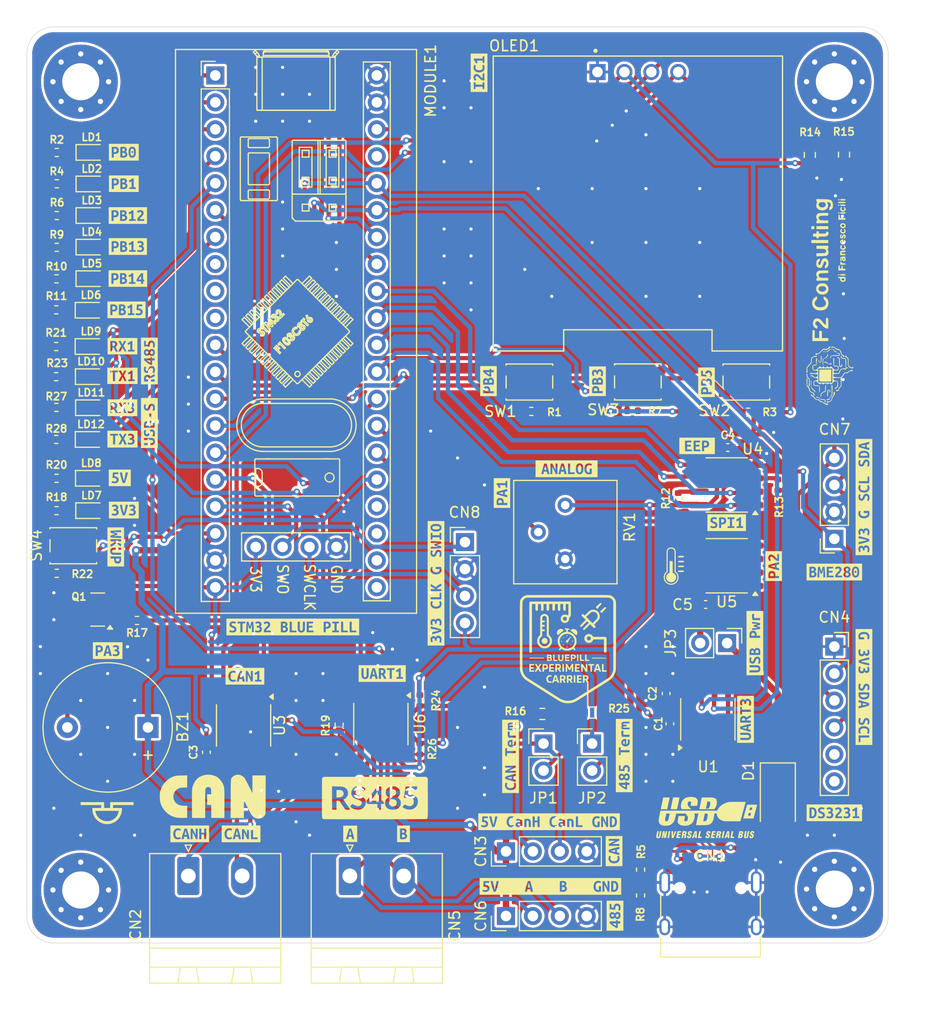
<source format=kicad_pcb>
(kicad_pcb (version 20241229) (generator "pcbnew") (generator_version "9.0")
  (layers (0 "F.Cu" signal) (4 "In1.Cu" signal) (6 "In2.Cu" signal) (2 "B.Cu" signal) (13 "F.Paste" user) (15 "B.Paste" user) (5 "F.SilkS" user "F.Silkscreen") (7 "B.SilkS" user "B.Silkscreen") (1 "F.Mask" user) (3 "B.Mask" user) (25 "Edge.Cuts" user))
  (net 0 "")
  (net 1 "/5V")
  (net 2 "Net-(BZ1--)")
  (net 3 "GND")
  (net 4 "/3V3")
  (net 5 "/V3")
  (net 6 "Net-(CN1-CC1)")
  (net 8 "Net-(CN1-CC2)")
  (net 9 "/USB_D+")
  (net 11 "/VBUS")
  (net 12 "/USB_D-")
  (net 13 "/CANH")
  (net 14 "/CANL")
  (net 16 "/SDA1")
  (net 18 "/SCL1")
  (net 19 "/A")
  (net 20 "/B")
  (net 21 "Net-(JP1-B)")
  (net 22 "Net-(JP2-B)")
  (net 23 "Net-(LD1-K)")
  (net 24 "/PB0")
  (net 25 "Net-(LD2-K)")
  (net 26 "/PB1")
  (net 27 "/PB12")
  (net 28 "Net-(LD3-K)")
  (net 29 "Net-(LD4-K)")
  (net 30 "/PB13")
  (net 31 "/PB14")
  (net 32 "Net-(LD5-K)")
  (net 33 "Net-(LD6-K)")
  (net 34 "/PB15")
  (net 35 "Net-(LD7-K)")
  (net 36 "Net-(LD8-K)")
  (net 37 "Net-(LD9-K)")
  (net 38 "/RO")
  (net 39 "Net-(LD10-K)")
  (net 40 "/DI")
  (net 41 "Net-(Q1-B)")
  (net 42 "/PB4")
  (net 43 "/PB5")
  (net 44 "Net-(U4-~{HOLD})")
  (net 45 "Net-(U4-~{WP})")
  (net 46 "/PA3")
  (net 47 "/PA8")
  (net 48 "/WKUP")
  (net 49 "/PA1")
  (net 50 "/RX3")
  (net 51 "/TX3")
  (net 53 "/MISO")
  (net 54 "/SCK")
  (net 55 "/CS")
  (net 56 "/CANRX")
  (net 57 "/PB3")
  (net 58 "/MOSI")
  (net 59 "/CANTX")
  (net 60 "/PA2")
  (net 66 "Net-(LD11-K)")
  (net 67 "Net-(LD12-K)")
  (net 68 "/SWC")
  (net 69 "/SWIO")
  (net 78 "Net-(D1-K)")
  (footprint "Resistor_SMD:R_0603_1608Metric" (layer "F.Cu") (at 191.4144 50.1396 90)
    (property "Reference" "R15")
    (property "Value" "2.2k")
  )
  (footprint "Package_SO:SOIC-8_3.9x4.9mm_P1.27mm" (layer "F.Cu") (at 134.747 103.951 -90)
    (property "Reference" "U3")
    (property "Value" "TJA1051T-3")
  )
  (footprint "LED_SMD:LED_0603_1608Metric" (layer "F.Cu") (at 120.3453 64.8092)
    (property "Reference" "LD6")
    (property "Value" "O1_G")
  )
  (footprint "Package_SO:SOIC-8_3.9x4.9mm_P1.27mm" (layer "F.Cu") (at 180.34 88.9 180)
    (property "Reference" "U5")
    (property "Value" "LM35-D")
  )
  (footprint "LED_SMD:LED_0603_1608Metric" (layer "F.Cu") (at 120.4215 61.8328)
    (property "Reference" "LD5")
    (property "Value" "O1_G")
  )
  (footprint "kibuzzard-69594BD1" (layer "F.Cu") (at 123.444 49.911)
    (property "Reference" "kibuzzard-69594BD1" (hide yes))
    (property "Value" "G***" (hide yes))
  )
  (footprint "Connector_Phoenix_MSTB:PhoenixContact_MSTBA_2,5_2-G-5,08_1x02_P5.08mm_Horizontal" (layer "F.Cu") (at 144.775 118.1425)
    (property "Reference" "CN5")
    (property "Value" "RS485")
  )
  (footprint "kibuzzard-69594CA9" (layer "F.Cu") (at 129.667 114.173)
    (property "Reference" "kibuzzard-69594CA9" (hide yes))
    (property "Value" "G***" (hide yes))
  )
  (footprint "Button_Switch_SMD:SW_SPST_PTS810" (layer "F.Cu") (at 182.1942 71.5772)
    (property "Reference" "SW2")
    (property "Value" "Usr1")
  )
  (footprint "Package_TO_SOT_SMD:SOT-23" (layer "F.Cu") (at 120.9825 93.03 180)
    (property "Reference" "Q1")
    (property "Value" "SS8050")
  )
  (footprint "Package_SO:SO-8_3.9x4.9mm_P1.27mm" (layer "F.Cu") (at 180.34 81.28 180)
    (property "Reference" "U4")
    (property "Value" "25LCxxx")
  )
  (footprint "Resistor_SMD:R_0402_1005Metric" (layer "F.Cu") (at 117.1194 58.8772 180)
    (property "Reference" "R9")
    (property "Value" "1k")
  )
  (footprint "kibuzzard-69594CAE" (layer "F.Cu") (at 134.51 114.173)
    (property "Reference" "kibuzzard-69594CAE" (hide yes))
    (property "Value" "G***" (hide yes))
  )
  (footprint "Diode_SMD:D_SMA" (layer "F.Cu") (at 185.166 110.998 -90)
    (property "Reference" "D1")
    (property "Value" "D_Schottky")
  )
  (footprint "kibuzzard-69594D2D" (layer "F.Cu") (at 180.34 84.836)
    (property "Reference" "kibuzzard-69594D2D" (hide yes))
    (property "Value" "G***" (hide yes))
  )
  (footprint "LED_SMD:LED_0603_1608Metric" (layer "F.Cu") (at 120.38 74)
    (property "Reference" "LD11")
    (property "Value" "Rx")
  )
  (footprint "kibuzzard-69594CD1" (layer "F.Cu") (at 149.84 114.173)
    (property "Reference" "kibuzzard-69594CD1" (hide yes))
    (property "Value" "G***" (hide yes))
  )
  (footprint "bluepill:YAAJ_BluePill_SWD_1" (layer "F.Cu") (at 132.08 42.672)
    (property "Reference" "MODULE1")
    (property "Value" "YAAJ_BluePill_Part_Like_SWD_Breakout" (hide yes))
  )
  (footprint "Resistor_SMD:R_0402_1005Metric" (layer "F.Cu") (at 117.1214 52.8828 180)
    (property "Reference" "R4")
    (property "Value" "1k")
  )
  (footprint "kibuzzard-69594C68" (layer "F.Cu") (at 123.317 74)
    (property "Reference" "kibuzzard-69594C68" (hide yes))
    (property "Value" "G***" (hide yes))
  )
  (footprint "logo:485" (layer "F.Cu") (at 147.14 110.8)
    (property "Reference" "G***" (hide yes))
    (property "Value" "LOGO" (hide yes))
  )
  (footprint "kibuzzard-69594DB5" (layer "F.Cu") (at 193.294 100.33 -90)
    (property "Reference" "kibuzzard-69594DB5" (hide yes))
    (property "Value" "G***" (hide yes))
  )
  (footprint "kibuzzard-69594CE1" (layer "F.Cu") (at 169.71 115.8 90)
    (property "Reference" "kibuzzard-69594CE1" (hide yes))
    (property "Value" "G***" (hide yes))
  )
  (footprint "kibuzzard-69594D06" (layer "F.Cu") (at 134.874 99.314)
    (property "Reference" "kibuzzard-69594D06" (hide yes))
    (property "Value" "G***" (hide yes))
  )
  (footprint "logo:can" (layer "F.Cu") (at 131.83 110.67)
    (property "Reference" "G***" (hide yes))
    (property "Value" "LOGO" (hide yes))
  )
  (footprint "Package_SO:SOIC-8_3.9x4.9mm_P1.27mm" (layer "F.Cu") (at 147.701 103.823 -90)
    (property "Reference" "U6")
    (property "Value" "MAX3485EESA+T")
  )
  (footprint "kibuzzard-694153B4" (layer "F.Cu") (at 170.67 106.79 90)
    (property "Reference" "kibuzzard-694153B4" (hide yes))
    (property "Value" "G***" (hide yes))
  )
  (footprint "Resistor_SMD:R_0402_1005Metric" (layer "F.Cu") (at 172.212 117.5426 90)
    (property "Reference" "R5")
    (property "Value" "5.1k")
  )
  (footprint "kibuzzard-69594CF8" (layer "F.Cu") (at 147.828 99.06)
    (property "Reference" "kibuzzard-69594CF8" (hide yes))
    (property "Value" "G***" (hide yes))
  )
  (footprint "Resistor_SMD:R_0402_1005Metric" (layer "F.Cu") (at 172.212 119.981 90)
    (property "Reference" "R8")
    (property "Value" "5.1k")
  )
  (footprint "Connector_PinSocket_2.54mm:PinSocket_1x06_P2.54mm_Vertical" (layer "F.Cu") (at 190.5 96.52)
    (property "Reference" "CN4")
    (property "Value" "RTC")
  )
  (footprint "LED_SMD:LED_0603_1608Metric" (layer "F.Cu") (at 120.396 83.702)
    (property "Reference" "LD7")
    (property "Value" "3v3")
  )
  (footprint "kibuzzard-69594C59" (layer "F.Cu") (at 125.857 69.596 90)
    (property "Reference" "kibuzzard-69594C59" (hide yes))
    (property "Value" "G***" (hide yes))
  )
  (footprint "kibuzzard-694153A1" (layer "F.Cu") (at 159.94 106.87 90)
    (property "Reference" "kibuzzard-694153A1" (hide yes))
    (property "Value" "G***" (hide yes))
  )
  (footprint "Resistor_SMD:R_0402_1005Metric" (layer "F.Cu") (at 151.384 106.174 -90)
    (property "Reference" "R26")
    (property "Value" "10k")
  )
  (footprint "kibuzzard-69594C11" (layer "F.Cu") (at 123.825 61.82)
    (property "Reference" "kibuzzard-69594C11" (hide yes))
    (property "Value" "G***" (hide yes))
  )
  (footprint "Button_Switch_SMD:SW_SPST_PTS810" (layer "F.Cu") (at 161.7218 71.5772)
    (property "Reference" "SW1")
    (property "Value" "Usr1")
  )
  (footprint "logo:usb" (layer "F.Cu") (at 178.45 112.64)
    (property "Reference" "G***" (hide yes))
    (property "Value" "LOGO" (hide yes))
  )
  (footprint "kibuzzard-69594CA2" (layer "F.Cu") (at 139.39 94.67)
    (property "Reference" "kibuzzard-69594CA2" (hide yes))
    (property "Value" "G***" (hide yes))
  )
  (footprint "Connector_Phoenix_MSTB:PhoenixContact_MSTBA_2,5_2-G-5,08_1x02_P5.08mm_Horizontal" (layer "F.Cu") (at 129.535 118.1425)
    (property "Reference" "CN2")
    (property "Value" "Can")
  )
  (footprint "Resistor_SMD:R_0603_1608Metric" (layer "F.Cu") (at 188.1886 50.165 90)
    (property "Reference" "R14")
    (property "Value" "2.2k")
  )
  (footprint "kibuzzard-69594C8A" (layer "F.Cu") (at 123.063 80.61)
    (property "Reference" "kibuzzard-69594C8A" (hide yes))
    (property "Value" "G***" (hide yes))
  )
  (footprint "kibuzzard-69594DEB" (layer "F.Cu") (at 156.972 42.418 90)
    (property "Reference" "kibuzzard-69594DEB" (hide yes))
    (property "Value" "G***" (hide yes))
  )
  (footprint "Resistor_SMD:R_0402_1005Metric" (layer "F.Cu") (at 161.8976 74.3458 180)
    (property "Reference" "R1")
    (property "Value" "10k")
  )
  (footprint "Connector_PinHeader_2.54mm:PinHeader_1x02_P2.54mm_Vertical" (layer "F.Cu") (at 163.05 105.664)
    (property "Reference" "JP1")
    (property "Value" "CAN Term")
  )
  (footprint "kibuzzard-69594BEF" (layer "F.Cu") (at 123.825 55.88)
    (property "Reference" "kibuzzard-69594BEF" (hide yes))
    (property "Value" "G***" (hide yes))
  )
  (footprint "Connector_PinHeader_2.54mm:PinHeader_1x04_P2.54mm_Vertical" (layer "F.Cu") (at 155.64 86.67)
    (property "Reference" "CN8")
    (property "Value" "SWD")
  )
  (footprint "kibuzzard-69594BFB" (layer "F.Cu") (at 123.825 58.801)
    (property "Reference" "kibuzzard-69594BFB" (hide yes))
    (property "Value" "G***" (hide yes))
  )
  (footprint "Buzzer_Beeper:Buzzer_12x9.5RM7.6" (layer "F.Cu") (at 125.72 104.14 180)
    (property "Reference" "BZ1")
    (property "Value" "Buzzer")
  )
  (footprint "Resistor_SMD:R_0402_1005Metric" (layer "F.Cu") (at 117.058 71.07 180)
    (property "Reference" "R23")
    (property "Value" "1k")
  )
  (footprint "kibuzzard-69415277" (layer "F.Cu") (at 190.5 112.19)
    (property "Reference" "kibuzzard-69415277" (hide yes))
    (property "Value" "G***" (hide yes))
  )
  (footprint "Resistor_SMD:R_0402_1005Metric" (layer "F.Cu") (at 117.094 61.849 180)
    (property "Reference" "R10")
    (property "Value" "1k")
  )
  (footprint "Connector_PinSocket_2.54mm:PinSocket_1x04_P2.54mm_Vertical" (layer "F.Cu") (at 190.5 86.36 180)
    (property "Reference" "CN7")
    (property "Value" "BME")
  )
  (footprint "kibuzzard-69594D0E" (layer "F.Cu") (at 182.118 103.378 90)
    (property "Reference" "kibuzzard-69594D0E" (hide yes))
    (property "Value" "G***" (hide yes))
  )
  (footprint "Resistor_SMD:R_0402_1005Metric" (layer "F.Cu") (at 151.384 101.602 -90)
    (property "Reference" "R24")
    (property "Value" "10k")
  )
  (footprint "Resistor_SMD:R_0402_1005Metric" (layer "F.Cu") (at 171.45 74.28 180)
    (property "Reference" "R7")
    (property "Value" "10k")
  )
  (footprint "LED_SMD:LED_0603_1608Metric" (layer "F.Cu") (at 120.4215 55.88)
    (property "Reference" "LD3")
    (property "Value" "O1_G")
  )
  (footprint "Potentiometer_THT:Potentiometer_Bourns_3386P_Vertical" (layer "F.Cu") (at 165.1 83.185 180)
    (property "Reference" "RV1")
    (property "Value" "Tr")
  )
  (footprint "LED_SMD:LED_0603_1608Metric" (layer "F.Cu") (at 120.4215 52.9036)
    (property "Reference" "LD2")
    (property "Value" "O1_G")
  )
  (footprint "Connector_PinHeader_2.54mm:PinHeader_1x02_P2.54mm_Vertical" (layer "F.Cu") (at 180.38 96.19 -90)
    (property "Reference" "JP3")
    (property "Value" "USB pwr")
  )
  (footprint "kibuzzard-69594D45" (layer "F.Cu") (at 165.227 79.756)
    (property "Reference" "kibuzzard-69594D45" (hide yes))
    (property "Value" "G***" (hide yes))
  )
  (footprint "logo:buzz" (layer "F.Cu") (at 121.87 112.22 180)
    (property "Reference" "G***" (hide yes))
    (property "Value" "LOGO" (hide yes))
  )
  (footprint "Connector_PinHeader_2.54mm:PinHeader_1x02_P2.54mm_Vertical" (layer "F.Cu") (at 167.64 105.664)
    (property "Reference" "JP2")
    (property "Value" "RS485 Term")
  )
  (footprint "kibuzzard-69594D50" (layer "F.Cu") (at 157.861 71.49 90)
    (property "Reference" "kibuzzard-69594D50" (hide yes))
    (property "Value" "G***" (hide yes))
  )
  (footprint "kibuzzard-69594CE6" (layer "F.Cu") (at 169.799 121.89 90)
    (property "Reference" "kibuzzard-69594CE6" (hide yes))
    (property "Value" "G***" (hide yes))
  )
  (footprint "kibuzzard-69594DCB" (layer "F.Cu") (at 121.92 96.901)
    (property "Reference" "kibuzzard-69594DCB" (hide yes))
    (property "Value" "G***" (hide yes))
  )
  (footprint "kibuzzard-69594D63" (layer "F.Cu") (at 177.546 77.597)
    (property "Reference" "kibuzzard-69594D63" (hide yes))
    (property "Value" "G***" (hide yes))
  )
  (footprint "Resistor_SMD:R_0402_1005Metric" (layer "F.Cu") (at 143.764 103.888 -90)
    (property "Reference" "R19")
    (property "Value" "10k")
  )
  (footprint "Connector_PinHeader_2.54mm:PinHeader_1x04_P2.54mm_Vertical" (layer "F.Cu") (at 159.512 121.92 90)
    (property "Reference" "CN6")
    (property "Value" "485")
  )
  (footprint "logo:thermo" (layer "F.Cu") (at 175.35 88.93)
    (property "Reference" "G***" (hide yes))
    (property "Value" "LOGO" (hide yes))
  )
  (footprint "Resistor_SMD:R_0402_1005Metric" (layer "F.Cu") (at 117.1214 49.9364 180)
    (property "Reference" "R2")
    (property "Value" "1k")
  )
  (footprint "MountingHole:MountingHole_3.5mm_Pad_Via" (layer "F.Cu") (at 190.5 43.265)
    (property "Reference" "REF**" (hide yes))
    (property "Value" "MountingHole_3.5mm_Pad_Via" (hide yes))
  )
  (footprint "logo:badge" (layer "F.Cu") (at 165.354 96.647)
    (property "Reference" "G***" (hide yes))
    (property "Value" "LOGO" (hide yes))
  )
  (footprint "MountingHole:MountingHole_3.5mm_Pad_Via" (layer "F.Cu") (at 190.5 119.38)
    (property "Reference" "REF**" (hide yes))
    (property "Value" "MountingHole_3.5mm_Pad_Via" (hide yes))
  )
  (footprint "LED_SMD:LED_0603_1608Metric" (layer "F.Cu") (at 120.36 71.07)
    (property "Reference" "LD10")
    (property "Value" "Tx")
  )
  (footprint "Capacitor_SMD:C_0402_1005Metric" (layer "F.Cu") (at 174.98 103.8 -90)
    (property "Reference" "C1")
    (property "Value" "100nF")
  )
  (footprint "kibuzzard-69594C6D" (layer "F.Cu") (at 123.317 76.962)
    (property "Reference" "kibuzzard-69594C6D" (hide yes))
    (property "Value" "G***" (hide yes))
  )
  (footprint "LED_SMD:LED_0603_1608Metric" (layer "F.Cu") (at 120.4215 58.8564)
    (property "Reference" "LD4")
    (property "Value" "O1_G")
  )
  (footprint "Resistor_SMD:R_0402_1005Metric" (layer "F.Cu") (at 117.0635 68.23 180)
    (property "Reference" "R21")
    (property "Value" "1k")
  )
  (footprint "kibuzzard-69594D5C" (layer "F.Cu") (at 178.435 71.6 90)
    (property "Reference" "kibuzzard-69594D5C" (hide yes))
    (property "Value" "G***" (hide yes))
  )
  (footprint "Resistor_SMD:R_0402_1005Metric" (layer "F.Cu") (at 117.0666 64.77 180)
    (property "Reference" "R11")
    (property "Value" "1k")
  )
  (footprint "Resistor_SMD:R_0402_1005Metric" (layer "F.Cu") (at 117.08 73.97 180)
    (property "Reference" "R27")
    (property "Value" "1k")
  )
  (footprint "kibuzzard-69594C8F" (layer "F.Cu") (at 123.444 83.65)
    (property "Reference" "kibuzzard-69594C8F" (hide yes))
    (property "Value" "G***" (hide yes))
  )
  (footprint "Resistor_SMD:R_0603_1608Metric" (layer "F.Cu") (at 162.941 102.87)
    (property "Reference" "R16")
    (property "Value" "120")
  )
  (footprint "kibuzzard-69594E2D" (layer "F.Cu") (at 152.908 90.551 90)
    (property "Reference" "kibuzzard-69594E2D" (hide yes))
    (property "Value" "G***" (hide yes))
  )
  (footprint "oled:MODULE_DM-OLED096-636" (layer "F.Cu") (at 171.958 53.848)
    (property "Reference" "OLED1")
    (property "Value" "OLED")
  )
  (footprint "kibuzzard-69594CB5" (layer "F.Cu") (at 144.81 114.173)
    (property "Reference" "kibuzzard-69594CB5" (hide yes))
    (property "Value" "G***" (hide yes))
  )
  (footprint "LED_SMD:LED_0603_1608Metric" (layer "F.Cu") (at 120.35 76.99)
    (property "Reference" "LD12")
    (property "Value" "Tx")
  )
  (footprint "Capacitor_SMD:C_0402_1005Metric" (layer "F.Cu") (at 131.24 106.48 -90)
    (property "Reference" "C3")
    (property "Value" "100nF")
  )
  (footprint "Package_SO:JEITA_SOIC-8_3.9x4.9mm_P1.27mm" (layer "F.Cu") (at 178.562 103.378 90)
    (property "Reference" "U1")
    (property "Value" "CH340N")
  )
  (footprint "Connector_USB:USB_C_Receptacle_HRO_TYPE-C-31-M-12" (layer "F.Cu") (at 178.814 121.886)
    (property "Reference" "CN1")
    (property "Value" "USB")
  )
  (footprint "Resistor_SMD:R_0402_1005Metric" (layer "F.Cu") (at 117.094 80.654 180)
    (property "Reference" "R20")
    (property "Value" "1k")
  )
  (footprint "Capacitor_SMD:C_0402_1005Metric" (layer "F.Cu") (at 180.4416 77.7494)
    (property "Reference" "C4")
    (property "Value" "100nF")
  )
  (footprint "kibuzzard-69594C3C" (layer "F.Cu") (at 123.317 70.993)
    (property "Reference" "kibuzzard-69594C3C" (hide yes))
    (property "Value" "G***" (hide yes))
  )
  (footprint "kibuzzard-69594D1B" (layer "F.Cu") (at 183 96.19 90)
    (property "Reference" "kibuzzard-69594D1B" (hide yes))
    (property "Value" "G***" (hide yes))
  )
  (footprint "Capacitor_SMD:C_0402_1005Metric" (layer "F.Cu") (at 174.625 100.948 -90)
    (property "Reference" "C2")
    (property "Value" "100nF")
  )
  (footprint "kibuzzard-69594DFC" (layer "F.Cu") (at 163.576 113.03)
    (property "Reference" "kibuzzard-69594DFC" (hide yes))
    (property "Value" "G***" (hide yes))
  )
  (footprint "kibuzzard-69594C94" (layer "F.Cu") (at 122.682 87.122 -90)
    (property "Reference" "kibuzzard-69594C94" (hide yes))
    (property "Value" "G***" (hide yes))
  )
  (footprint "Resistor_SMD:R_0402_1005Metric" (layer "F.Cu") (at 117.06 76.99 180)
    (property "Reference" "R28")
    (property "Value" "1k")
  )
  (footprint "Resistor_SMD:R_0402_1005Metric" (layer "F.Cu") (at 175.768 82.55 90)
    (property "Reference" "R12")
    (property "Value" "10k")
  )
  (footprint "Capacitor_SMD:C_0402_1005Metric" (layer "F.Cu") (at 178.35 92.55)
    (property "Reference" "C5")
    (property "Value" "100nF")
  )
  (footprint "MountingHole:MountingHole_3.5mm_Pad_Via" (layer "F.Cu") (at 119.38 43.265)
    (property "Reference" "REF**" (hide yes))
    (property "Value" "MountingHole_3.5mm_Pad_Via" (hide yes))
  )
  (footprint "kibuzzard-69594D9E" (layer "F.Cu") (at 193.294 82.423 90)
    (property "Reference" "kibuzzard-69594D9E" (hide yes))
    (property "Value" "G***" (hide yes))
  )
  (footprint "LED_SMD:LED_0603_1608Metric" (layer "F.Cu") (at 120.34 68.23)
    (property "Reference" "LD9")
    (property "Value" "Rx")
  )
  (footprint "kibuzzard-69415288" (layer "F.Cu") (at 190.5 89.49)
    (property "Reference" "kibuzzard-69415288" (hide yes))
    (property "Value" "G***" (hide yes))
  )
  (footprint "kibuzzard-69594D3A" (layer "F.Cu") (at 159.131 82.042 90)
    (property "Reference" "kibuzzard-69594D3A" (hide yes))
    (property "Value" "G***" (hide yes))
  )
  (footprint "Resistor_SMD:R_0603_1608Metric" (layer "F.Cu") (at 167.6654 102.743)
    (property "Reference" "R25")
    (property "Value" "120")
  )
  (footprint "Button_Switch_SMD:SW_SPST_PTS810" (layer "F.Cu") (at 171.958 71.57)
    (property "Reference" "SW3")
    (property "Value" "Usr1")
  )
  (footprint "kibuzzard-69594D57" (layer "F.Cu") (at 168.148 71.501 90)
    (property "Reference" "kibuzzard-69594D57" (hide yes))
    (property "Value" "G***" (hide yes))
  )
  (footprint "LED_SMD:LED_0603_1608Metric" (layer "F.Cu") (at 120.3705 80.654)
    (property "Reference" "LD8")
    (property "Value" "5v")
  )
  (footprint "Resistor_SMD:R_0402_1005Metric" (layer "F.Cu") (at 124.6886 94.0562 180)
    (property "Reference" "R17")
    (property "Value" "1k")
  )
  (footprint "MountingHole:MountingHole_3.5mm_Pad_Via" (layer "F.Cu") (at 119.38 119.465)
    (property "Reference" "REF**" (hide yes))
    (property "Value" "MountingHole_3.5mm_Pad_Via" (hide yes))
  )
  (footprint "Resistor_SMD:R_0402_1005Metric" (layer "F.Cu") (at 185.166 81.28 90)
    (property "Reference" "R13")
    (property "Value" "10k")
  )
  (footprint "Connector_PinHeader_2.54mm:PinHeader_1x04_P2.54mm_Vertical" (layer "F.Cu") (at 159.512 115.824 90)
    (property "Reference" "CN3")
    (property "Value" "Can")
  )
  (footprint "kibuzzard-69594E11" (layer "F.Cu") (at 163.703 119.126)
    (property "Reference" "kibuzzard-69594E11" (hide yes))
    (property "Value" "G***" (hide yes))
  )
  (footprint "Button_Switch_SMD:SW_SPST_PTS810" (layer "F.Cu") (at 118.68 87.01)
    (property "Reference" "SW4")
    (property "Value" "Usr1")
  )
  (footprint "kibuzzard-69594C18" (layer "F.Cu") (at 123.698 64.77)
    (property "Reference" "kibuzzard-69594C18" (hide yes))
    (property "Value" "G***" (hide yes))
  )
  (footprint "logo:f2_logo" (layer "F.Cu") (at 190.07 64.02 90)
    (property "Reference" "G***" (hide yes))
    (property "Value" "LOGO" (hide yes))
  )
  (footprint "Resistor_SMD:R_0402_1005Metric" (layer "F.Cu") (at 117.12 89.61 180)
    (property "Reference" "R22")
    (property "Value" "10k")
  )
  (footprint "LED_SMD:LED_0603_1608Metric" (layer "F.Cu") (at 120.4215 49.9272)
    (property "Reference" "LD1")
    (property "Value" "O1_G")
  )
  (footprint "Resistor_SMD:R_0402_1005Metric" (layer "F.Cu") (at 182.37 74.422 180)
    (property "Reference" "R3")
    (property "Value" "10k")
  )
  (footprint "kibuzzard-69594D27" (layer "F.Cu") (at 184.77 88.93 90)
    (property "Reference" "kibuzzard-69594D27" (hide yes))
    (property "Value" "G***" (hide yes))
  )
  (footprint "kibuzzard-69594E7B" (layer "F.Cu") (at 125.857 75.438 90)
    (property "Reference" "kibuzzard-69594E7B" (hide yes))
    (property "Value" "G***" (hide yes))
  )
  (footprint "Resistor_SMD:R_0402_1005Metric" (layer "F.Cu") (at 117.094 83.702 180)
    (property "Reference" "R18")
    (property "Value" "1k")
  )
  (footprint "kibuzzard-69594BE1" (layer "F.Cu") (at 123.444 52.88)
    (property "Reference" "kibuzzard-69594BE1" (hide yes))
    (property "Value" "G***" (hide yes))
  )
  (footprint "kibuzzard-69594C37" (layer "F.Cu") (at 123.317 68.199)
    (property "Reference" "kibuzzard-69594C37" (hide yes))
    (property "Value" "G***" (hide yes))
  )
  (footprint "Resistor_SMD:R_0402_1005Metric" (layer "F.Cu") (at 117.1194 55.88 180)
    (property "Reference" "R6")
    (property "Value" "1k")
  )
  (gr_arc (start 114.3 40.64) (mid 115.043949 38.843949) (end 116.84 38.1) (stroke (width 0.05)) (layer "Edge.Cuts"))
  (gr_line (start 114.3 40.64) (end 114.3 121.92) (stroke (width 0.05)) (layer "Edge.Cuts"))
  (gr_line (start 195.58 121.92) (end 195.58 40.64) (stroke (width 0.05)) (layer "Edge.Cuts"))
  (gr_arc (start 116.84 124.46) (mid 115.043949 123.716051) (end 114.3 121.92) (stroke (width 0.05)) (layer "Edge.Cuts"))
  (gr_arc (start 195.58 121.92) (mid 194.836051 123.716051) (end 193.04 124.46) (stroke (width 0.05)) (layer "Edge.Cuts"))
  (gr_arc (start 193.04 38.1) (mid 194.836051 38.843949) (end 195.58 40.64) (stroke (width 0.05)) (layer "Edge.Cuts"))
  (gr_line (start 116.84 124.46) (end 193.04 124.46) (stroke (width 0.05)) (layer "Edge.Cuts"))
  (gr_line (start 193.04 38.1) (end 116.84 38.1) (stroke (width 0.05)) (layer "Edge.Cuts"))
  (segment (start 177.87 92.55) (end 177.87 90.81) (width 0.6) (layer "F.Cu") (net 1))
  (segment (start 158.624 115.824) (end 156.13 113.33) (width 0.6) (layer "F.Cu") (net 1))
  (segment (start 130.492 87.44) (end 132.08 85.852) (width 0.6) (layer "F.Cu") (net 1))
  (segment (start 169.99 113.13) (end 171.25 111.87) (width 0.6) (layer "F.Cu") (net 1))
  (segment (start 159.512 115.824) (end 159.512 113.318) (width 0.6) (layer "F.Cu") (net 1))
  (segment (start 127.28 85.14) (end 127.992 85.852) (width 0.4) (layer "F.Cu") (net 1))
  (segment (start 134.19 98.86) (end 134.19 101.398) (width 0.6) (layer "F.Cu") (net 1))
  (segment (start 127.28 84.04) (end 127.28 85.14) (width 0.4) (layer "F.Cu") (net 1))
  (segment (start 174.01 93.57) (end 177.84 93.57) (width 0.6) (layer "F.Cu") (net 1))
  (segment (start 171.25 111.87) (end 171.25 96.33) (width 0.6) (layer "F.Cu") (net 1))
  (segment (start 177.865 92.545) (end 177.87 92.55) (width 0.4) (layer "F.Cu") (net 1))
  (segment (start 177.84 93.57) (end 177.84 92.58) (width 0.6) (layer "F.Cu") (net 1))
  (segment (start 131.24 106) (end 131.24 104.4) (width 0.4) (layer "F.Cu") (net 1))
  (segment (start 127.992 85.852) (end 132.08 85.852) (width 0.4) (layer "F.Cu") (net 1))
  (segment (start 127.28 84.04) (end 123.894 80.654) (width 0.4) (layer "F.Cu") (net 1))
  (segment (start 177.87 90.81) (end 177.865 90.805) (width 0.6) (layer "F.Cu") (net 1))
  (segment (start 171.25 96.33) (end 174.01 93.57) (width 0.6) (layer "F.Cu") (net 1))
  (segment (start 131.24 104.4) (end 131.2 104.36) (width 0.4) (layer "F.Cu") (net 1))
  (segment (start 177.84 92.58) (end 177.87 92.55) (width 0.6) (layer "F.Cu") (net 1))
  (segment (start 134.19 101.398) (end 134.112 101.476) (width 0.6) (layer "F.Cu") (net 1))
  (segment (start 159.7 113.13) (end 169.99 113.13) (width 0.6) (layer "F.Cu") (net 1))
  (segment (start 177.84 96.19) (end 177.84 93.57) (width 0.6) (layer "F.Cu") (net 1))
  (segment (start 159.512 115.824) (end 159.512 121.92) (width 0.6) (layer "F.Cu") (net 1))
  (segment (start 123.894 80.654) (end 121.158 80.654) (width 0.4) (layer "F.Cu") (net 1))
  (segment (start 124.61 87.44) (end 130.492 87.44) (width 0.6) (layer "F.Cu") (net 1))
  (segment (start 159.512 113.318) (end 159.7 113.13) (width 0.6) (layer "F.Cu") (net 1))
  (segment (start 159.512 115.824) (end 158.624 115.824) (width 0.6) (layer "F.Cu") (net 1))
  (via (at 134.19 98.86) (size 0.8) (drill 0.4) (layers "F.Cu" "B.Cu") (net 1))
  (via (at 124.61 87.44) (size 0.8) (drill 0.4) (layers "F.Cu" "B.Cu") (net 1))
  (via (at 131.2 104.36) (size 0.6) (drill 0.3) (layers "F.Cu" "B.Cu") (net 1))
  (via (at 156.13 113.33) (size 0.8) (drill 0.4) (layers "F.Cu" "B.Cu") (net 1))
  (segment (start 124.55 88.92) (end 124.55 87.5) (width 0.6) (layer "B.Cu") (net 1))
  (segment (start 131.2 104.36) (end 130.22 103.38) (width 0.4) (layer "B.Cu") (net 1))
  (segment (start 125.12 89.49) (end 124.55 88.92) (width 0.6) (layer "B.Cu") (net 1))
  (segment (start 156.13 113.33) (end 150.24 113.33) (width 0.6) (layer "B.Cu") (net 1))
  (segment (start 125.72 100.23) (end 127.09 98.86) (width 0.6) (layer "B.Cu") (net 1))
  (segment (start 125.72 108.19) (end 125.72 104.14) (width 0.6) (layer "B.Cu") (net 1))
  (segment (start 125.12 92.36) (end 125.12 89.49) (width 0.6) (layer "B.Cu") (net 1))
  (segment (start 150.24 113.33) (end 148.35 111.44) (width 0.6) (layer "B.Cu") (net 1))
  (segment (start 125.72 104.14) (end 125.72 100.23) (width 0.6) (layer "B.Cu") (net 1))
  (segment (start 130.22 98.86) (end 134.19 98.86) (width 0.6) (layer "B.Cu") (net 1))
  (segment (start 127.09 98.86) (end 130.22 98.86) (width 0.6) (layer "B.Cu") (net 1))
  (segment (start 127.09 94.33) (end 125.12 92.36) (width 0.6) (layer "B.Cu") (net 1))
  (segment (start 128.97 111.44) (end 125.72 108.19) (width 0.6) (layer "B.Cu") (net 1))
  (segment (start 124.55 87.5) (end 124.61 87.44) (width 0.6) (layer "B.Cu") (net 1))
  (segment (start 148.35 111.44) (end 128.97 111.44) (width 0.6) (layer "B.Cu") (net 1))
  (segment (start 130.22 103.38) (end 130.22 98.86) (width 0.4) (layer "B.Cu") (net 1))
  (segment (start 127.09 98.86) (end 127.09 94.33) (width 0.6) (layer "B.Cu") (net 1))
  (segment (start 120.045 93.03) (end 118.12 94.955) (width 0.4) (layer "F.Cu") (net 2))
  (segment (start 118.12 94.955) (end 118.12 104.14) (width 0.4) (layer "F.Cu") (net 2))
  (segment (start 174.494 118.756) (end 174.494 117.896) (width 0.4) (layer "F.Cu") (net 3))
  (segment (start 174.494 117.896) (end 174.96 117.43) (width 0.4) (layer "F.Cu") (net 3))
  (segment (start 175.371 117.841) (end 175.564 117.841) (width 0.4) (layer "F.Cu") (net 3))
  (segment (start 182.064 117.841) (end 182.064 117.626) (width 0.4) (layer "F.Cu") (net 3))
  (segment (start 182.064 117.626) (end 183.08 116.61) (width 0.4) (layer "F.Cu") (net 3))
  (segment (start 174.96 117.43) (end 175.371 117.841) (width 0.4) (layer "F.Cu") (net 3))
  (segment (start 174.494 118.756) (end 174.649 118.756) (width 0.4) (layer "F.Cu") (net 3))
  (segment (start 136.652 106.426) (end 136.652 105.802) (width 0.4) (layer "F.Cu") (net 3))
  (segment (start 136.652 105.802) (end 135.41 104.56) (width 0.4) (layer "F.Cu") (net 3))
  (via (at 157.48 81.28) (size 0.6) (drill 0.3) (layers "F.Cu" "B.Cu") (net 3))
  (via (at 156.21 64.77) (size 0.6) (drill 0.3) (layers "F.Cu" "B.Cu") (net 3))
  (via (at 153.67 45.72) (size 0.6) (drill 0.3) (layers "F.Cu" "B.Cu") (net 3))
  (via (at 191.36 58.45) (size 0.6) (drill 0.3) (layers "F.Cu" "B.Cu") (net 3))
  (via (at 124.46 101.6) (size 0.6) (drill 0.3) (layers "F.Cu" "B.Cu") (net 3))
  (via (at 146.94 95.2) (size 0.6) (drill 0.3) (layers "F.Cu" "B.Cu") (net 3))
  (via (at 172.72 53.34) (size 0.6) (drill 0.3) (layers "F.Cu" "B.Cu") (net 3))
  (via (at 153.67 57.15) (size 0.6) (drill 0.3) (layers "F.Cu" "B.Cu") (net 3))
  (via (at 135.7 95.31) (size 0.6) (drill 0.3) (layers "F.Cu" "B.Cu") (net 3))
  (via (at 151.13 97.79) (size 0.6) (drill 0.3) (layers "F.Cu" "B.Cu") (net 3))
  (via (at 142.24 99.06) (size 0.6) (drill 0.3) (layers "F.Cu" "B.Cu") (net 3))
  (via (at 140.97 44.45) (size 0.6) (drill 0.3) (layers "F.Cu" "B.Cu") (net 3))
  (via (at 143.51 60.96) (size 0.6) (drill 0.3) (layers "F.Cu" "B.Cu") (net 3))
  (via (at 125.73 97.79) (size 0.6) (drill 0.3) (layers "F.Cu" "B.Cu") (net 3))
  (via (at 138.43 59.69) (size 0.6) (drill 0.3) (layers "F.Cu" "B.Cu") (net 3))
  (via (at 136.42 110.07) (size 0.6) (drill 0.3) (layers "F.Cu" "B.Cu") (net 3))
  (via (at 121.92 109.22) (size 0.6) (drill 0.3) (layers "F.Cu" "B.Cu") (net 3))
  (via (at 177.26 119.67) (size 0.6) (drill 0.3) (layers "F.Cu" "B.Cu") (net 3))
  (via (at 157.48 100.33) (size 0.6) (drill 0.3) (layers "F.Cu" "B.Cu") (net 3))
  (via (at 142.24 101.6) (size 0.6) (drill 0.3) (layers "F.Cu" "B.Cu") (net 3))
  (via (at 154.94 104.14) (size 0.6) (drill 0.3) (layers "F.Cu" "B.Cu") (net 3))
  (via (at 156.21 62.23) (size 0.6) (drill 0.3) (layers "F.Cu" "B.Cu") (net 3))
  (via (at 177.8 58.42) (size 0.6) (drill 0.3) (layers "F.Cu" "B.Cu") (net 3))
  (via (at 188.85 52.35) (size 0.6) (drill 0.3) (layers "F.Cu" "B.Cu") (net 3))
  (via (at 152.4 91.44) (size 0.6) (drill 0.3) (layers "F.Cu" "B.Cu") (net 3))
  (via (at 156.21 43.18) (size 0.6) (drill 0.3) (layers "F.Cu" "B.Cu") (net 3))
  (via (at 135.89 44.45) (size 0.6) (drill 0.3) (layers "F.Cu" "B.Cu") (net 3))
  (via (at 175.26 106.68) (size 0.6) (drill 0.3) (layers "F.Cu" "B.Cu") (net 3))
  (via (at 119.38 106.68) (size 0.6) (drill 0.3) (layers "F.Cu" "B.Cu") (net 3))
  (via (at 138.43 54.61) (size 0.6) (drill 0.3) (layers "F.Cu" "B.Cu") (net 3))
  (via (at 123.79 96.53) (size 0.6) (drill 0.3) (layers "F.Cu" "B.Cu") (net 3))
  (via (at 139.7 99.06) (size 0.6) (drill 0.3) (layers "F.Cu" "B.Cu") (net 3))
  (via (at 152.4 76.2) (size 0.6) (drill 0.3) (layers "F.Cu" "B.Cu") (net 3))
  (via (at 135.41 104.56) (size 0.6) (drill 0.3) (layers "F.Cu" "B.Cu") (net 3))
  (via (at 193.04 111.76) (size 0.6) (drill 0.3) (layers "F.Cu" "B.Cu") (net 3))
  (via (at 168.08 48.85) (size 0.6) (drill 0.3) (layers "F.Cu" "B.Cu") (net 3))
  (via (at 191.33 71.35) (size 0.6) (drill 0.3) (layers "F.Cu" "B.Cu") (net 3))
  (via (at 116.84 111.76) (size 0.6) (drill 0.3) (layers "F.Cu" "B.Cu") (net 3))
  (via (at 153.67 50.8) (size 0.6) (drill 0.3) (layers "F.Cu" "B.Cu") (net 3))
  (via (at 121.92 104.14) (size 0.6) (drill 0.3) (layers "F.Cu" "B.Cu") (net 3))
  (via (at 175.26 99.06) (size 0.6) (drill 0.3) (layers "F.Cu" "B.Cu") (net 3))
  (via (at 153.67 62.23) (size 0.6) (drill 0.3) (layers "F.Cu" "B.Cu") (net 3))
  (via (at 175.26 96.52) (size 0.6) (drill 0.3) (layers "F.Cu" "B.Cu") (net 3))
  (via (at 139.7 113.03) (size 0.6) (drill 0.3) (layers "F.Cu" "B.Cu") (net 3))
  (via (at 115.57 96.52) (size 0.6) (drill 0.3) (layers "F.Cu" "B.Cu") (net 3))
  (via (at 156.21 45.72) (size 0.6) (drill 0.3) (layers "F.Cu" "B.Cu") (net 3))
  (via (at 172.72 48.26) (size 0.6) (drill 0.3) (layers "F.Cu" "B.Cu") (net 3))
  (via (at 187.96 114.3) (size 0.6) (drill 0.3) (layers "F.Cu" "B.Cu") (net 3))
  (via (at 172.72 109.22) (size 0.6) (drill 0.3) (layers "F.Cu" "B.Cu") (net 3))
  (via (at 139.7 106.68) (size 0.6) (drill 0.3) (layers "F.Cu" "B.Cu") (net 3))
  (via (at 170.86 46.02) (size 0.6) (drill 0.3) (layers "F.Cu" "B.Cu") (net 3))
  (via (at 138.43 41.91) (size 0.6) (drill 0.3) (layers "F.Cu" "B.Cu") (net 3))
  (via (at 143.51 106.68) (size 0.6) (drill 0.3) (layers "F.Cu" "B.Cu") (net 3))
  (via (at 183.08 116.61) (size 0.6) (drill 0.3) (layers "F.Cu" "B.Cu") (net 3))
  (via (at 184.77 76.33) (size 0.6) (drill 0.3) (layers "F.Cu" "B.Cu") (net 3))
  (via (at 172.72 104.14) (size 0.6) (drill 0.3) (layers "F.Cu" "B.Cu") (net 3))
  (via (at 172.72 96.52) (size 0.6) (drill 0.3) (layers "F.Cu" "B.Cu") (net 3))
  (via (at 115.57 99.06) (size 0.6) (drill 0.3) (layers "F.Cu" "B.Cu") (net 3))
  (via (at 191.26 55.94) (size 0.6) (drill 0.3) (layers "F.Cu" "B.Cu") (net 3))
  (via (at 143.51 63.5) (size 0.6) (drill 0.3) (layers "F.Cu" "B.Cu") (net 3))
  (via (at 177.8 53.34) (size 0.6) (drill 0.3) (layers "F.Cu" "B.Cu") (net 3))
  (via (at 172.72 106.68) (size 0.6) (drill 0.3) (layers "F.Cu" "B.Cu") (net 3))
  (via (at 143.51 58.42) (size 0.6) (drill 0.3) (layers "F.Cu" "B.Cu") (net 3))
  (via (at 124.46 85.09) (size 0.6) (drill 0.3) (layers "F.Cu" "B.Cu") (net 3))
  (via (at 157.48 110.49) (size 0.6) (drill 0.3) (layers "F.Cu" "B.Cu") (net 3))
  (via (at 161.29 60.96) (size 0.6) (drill 0.3) (layers "F.Cu" "B.Cu") (net 3))
  (via (at 154.94 111.76) (size 0.6) (drill 0.3) (layers "F.Cu" "B.Cu") (net 3))
  (via (at 169.54 47.37) (size 0.6) (drill 0.3) (layers "F.Cu" "B.Cu") (net 3))
  (via (at 139.7 101.6) (size 0.6) (drill 0.3) (layers "F.Cu" "B.Cu") (net 3))
  (via (at 156.21 57.15) (size 0.6) (drill 0.3) (layers "F.Cu" "B.Cu") (net 3))
  (via (at 153.67 59.69) (size 0.6) (drill 0.3) (layers "F.Cu" "B.Cu") (net 3))
  (via (at 138.36 90.05) (size 0.6) (drill 0.3) (layers "F.Cu" "B.Cu") (net 3))
  (via (at 138.43 57.15) (size 0.6) (drill 0.3) (layers "F.Cu" "B.Cu") (net 3))
  (via (at 129.54 76.2) (size 0.6) (drill 0.3) (layers "F.Cu" "B.Cu") (net 3))
  (via (at 167.64 58.42) (size 0.6) (drill 0.3) (layers "F.Cu" "B.Cu") (net 3))
  (via (at 152.4 95.25) (size 0.6) (drill 0.3) (layers "F.Cu" "B.Cu") (net 3))
  (via (at 136.29 112.53) (size 0.6) (drill 0.3) (layers "F.Cu" "B.Cu") (net 3))
  (via (at 129.54 71.12) (size 0.6) (drill 0.3) (layers "F.Cu" "B.Cu") (net 3))
  (via (at 148.8 96.76) (size 0.6) (drill 0.3) (layers "F.Cu" "B.Cu") (net 3))
  (via (at 185.42 116.84) (size 0.6) (drill 0.3) (layers "F.Cu" "B.Cu") (net 3))
  (via (at 147.43 98.31) (size 0.6) (drill 0.3) (layers "F.Cu" "B.Cu") (net 3))
  (via (at 167.64 53.34) (size 0.6) (drill 0.3) (layers "F.Cu" "B.Cu") (net 3))
  (via (at 121.92 99.06) (size 0.6) (drill 0.3) (layers "F.Cu" "B.Cu") (net 3))
  (via (at 138.43 46.99) (size 0.6) (drill 0.3) (layers "F.Cu" "B.Cu") (net 3))
  (via (at 156.21 59.69) (size 0.6) (drill 0.3) (layers "F.Cu" "B.Cu") (net 3))
  (via (at 172.72 101.6) (size 0.6) (drill 0.3) (layers "F.Cu" "B.Cu") (net 3))
  (via (at 140.97 114.3) (size 0.6) (drill 0.3) (layers "F.Cu" "B.Cu") (net 3))
  (via (at 191.17 52.48) (size 0.6) (drill 0.3) (layers "F.Cu" "B.Cu") (net 3))
  (via (at 191.3 75.06) (size 0.6) (drill 0.3) (layers "F.Cu" "B.Cu") (net 3))
  (via (at 177.8 63.5) (size 0.6) (drill 0.3) (layers "F.Cu" "B.Cu") (net 3))
  (via (at 124.46 114.3) (size 0.6) (drill 0.3) (layers "F.Cu" "B.Cu") (net 3))
  (via (at 153.67 43.18) (size 0.6) (drill 0.3) (layers "F.Cu" "B.Cu") (net 3))
  (via (at 129.54 73.66) (size 0.6) (drill 0.3) (layers "F.Cu" "B.Cu") (net 3))
  (via (at 116.84 93.98) (size 0.6) (drill 0.3) (layers "F.Cu" "B.Cu") (net 3))
  (via (at 124.46 82.55) (size 0.6) (drill 0.3) (layers "F.Cu" "B.Cu") (net 3))
  (via (at 172.72 63.5) (size 0.6) (drill 0.3) (layers "F.Cu" "B.Cu") (net 3))
  (via (at 138.05 110.16) (size 0.6) (drill 0.3) (layers "F.Cu" "B.Cu") (net 3))
  (via (at 178.49 119.65) (size 0.6) (drill 0.3) (layers "F.Cu" "B.Cu") (net 3))
  (via (at 154.94 78.74) (size 0.6) (drill 0.3) (layers "F.Cu" "B.Cu") (net 3))
  (via (at 119.38 101.6) (size 0.6) (drill 0.3) (layers "F.Cu" "B.Cu") (net 3))
  (via (at 162.56 53.34) (size 0.6) (drill 0.3) (layers "F.Cu" "B.Cu") (net 3))
  (via (at 191.43 67.47) (size 0.6) (drill 0.3) (layers "F.Cu" "B.Cu") (net 3))
  (via (at 156.21 50.8) (size 0.6) (drill 0.3) (layers "F.Cu" "B.Cu") (net 3))
  (via (at 190.6 54.02) (size 0.6) (drill 0.3) (layers "F.Cu" "B.Cu") (net 3))
  (via (at 135.89 46.99) (size 0.6) (drill 0.3) (layers "F.Cu" "B.Cu") (net 3))
  (via (at 138.43 44.45) (size 0.6) (drill 0.3) (layers "F.Cu" "B.Cu") (net 3))
  (via (at 140.97 46.99) (size 0.6) (drill 0.3) (layers "F.Cu" "B.Cu") (net 3))
  (via (at 124.46 106.68) (size 0.6) (drill 0.3) (layers "F.Cu" "B.Cu") (net 3))
  (via (at 157.48 107.95) (size 0.6) (drill 0.3) (layers "F.Cu" "B.Cu") (net 3))
  (via (at 119.38 114.3) (size 0.6) (drill 0.3) (layers "F.Cu" "B.Cu") (net 3))
  (via (at 172.72 99.06) (size 0.6) (drill 0.3) (layers "F.Cu" "B.Cu") (net 3))
  (via (at 190.5 114.3) (size 0.6) (drill 0.3) (layers "F.Cu" "B.Cu") (net 3))
  (via (at 184.11 78.31) (size 0.6) (drill 0.3) (layers "F.Cu" "B.Cu") (net 3))
  (via (at 135.89 41.91) (size 0.6) (drill 0.3) (layers "F.Cu" "B.Cu") (net 3))
  (via (at 191.36 63.26) (size 0.6) (drill 0.3) (layers "F.Cu" "B.Cu") (net 3))
  (via (at 137.48 95.29) (size 0.6) (drill 0.3) (layers "F.Cu" "B.Cu") (net 3))
  (via (at 144.22 83.8) (size 0.6) (drill 0.3) (layers "F.Cu" "B.Cu") (net 3))
  (via (at 172.72 58.42) (size 0.6) (drill 0.3) (layers "F.Cu" "B.Cu") (net 3))
  (via (at 175.26 109.22) (size 0.6) (drill 0.3) (layers "F.Cu" "B.Cu") (net 3))
  (via (at 163.83 63.5) (size 0.6) (drill 0.3) (layers "F.Cu" "B.Cu") (net 3))
  (via (at 116.84 91.44) (size 0.6) (drill 0.3) (layers "F.Cu" "B.Cu") (net 3))
  (segment (start 185.166 81.79) (end 186 81.79) (width 0.4) (layer "F.Cu") (net 4))
  (segment (start 186.38 79.08) (end 183.81 76.51) (width 0.4) (layer "F.Cu") (net 4))
  (segment (start 179.41 82.42) (end 178.645 83.185) (width 0.4) (layer "F.Cu") (net 4))
  (segment (start 179.9616 80.1284) (end 179.41 80.68) (width 0.4) (layer "F.Cu") (net 4))
  (segment (start 173.43 103.32) (end 172.86 102.75) (width 0.4) (layer "F.Cu") (net 4))
  (segment (start 170.688 42.348) (end 166.72 46.316) (width 0.4) (layer "F.Cu") (net 4))
  (segment (start 132.842 104.898) (end 132.842 106.426) (width 0.4) (layer "F.Cu") (net 4))
  (segment (start 180.94 76.51) (end 179.9616 77.4884) (width 0.4) (layer "F.Cu") (net 4))
  (segment (start 149.606 107.426) (end 150.05 107.87) (width 0.4) (layer "F.Cu") (net 4))
  (segment (start 149.606 106.298) (end 149.606 107.426) (width 0.4) (layer "F.Cu") (net 4))
  (segment (start 187.55 80.01) (end 186.46 80.01) (width 0.4) (layer "F.Cu") (net 4))
  (segment (start 131.74 103.06) (end 131.74 95.41) (width 0.4) (layer "F.Cu") (net 4))
  (segment (start 172.03 74.35) (end 171.96 74.28) (width 0.4) (layer "F.Cu") (net 4))
  (segment (start 177.64 83.06) (end 177.765 83.185) (width 0.4) (layer "F.Cu") (net 4))
  (segment (start 132.14 103.46) (end 131.74 103.06) (width 0.4) (layer "F.Cu") (net 4))
  (segment (start 191.4144 50.9646) (end 188.214 50.9646) (width 0.4) (layer "F.Cu") (net 4))
  (segment (start 162.78 74.3458) (end 169.3742 74.3458) (width 0.4) (layer "F.Cu") (net 4))
  (segment (start 182.88 74.422) (end 182.88 76.38) (width 0.4) (layer "F.Cu") (net 4))
  (segment (start 178.645 83.185) (end 177.765 83.185) (width 0.4) (layer "F.Cu") (net 4))
  (segment (start 182.882 74.42) (end 182.88 74.422) (width 0.4) (layer "F.Cu") (net 4))
  (segment (start 186.46 80.01) (end 186.38 79.93) (width 0.4) (layer "F.Cu") (net 4))
  (segment (start 186.35 74.42) (end 182.882 74.42) (width 0.4) (layer "F.Cu") (net 4))
  (segment (start 181.11 75.26) (end 181.11 76.51) (width 0.4) (layer "F.Cu") (net 4))
  (segment (start 188.214 50.9646) (end 188.1886 50.99) (width 0.4) (layer "F.Cu") (net 4))
  (segment (start 175.648 83.18) (end 175.768 83.06) (width 0.4) (layer "F.Cu") (net 4))
  (segment (start 123.03 89.61) (end 117.63 89.61) (width 0.4) (layer "F.Cu") (net 4))
  (segment (start 162.4076 74.3458) (end 162.78 74.3458) (width 0.4) (layer "F.Cu") (net 4))
  (segment (start 139.3 103.46) (end 134.28 103.46) (width 0.4) (layer "F.Cu") (net 4))
  (segment (start 186.38 79.93) (end 186.38 79.08) (width 0.4) (layer "F.Cu") (net 4))
  (segment (start 169.3742 74.3458) (end 169.39 74.33) (width 0.4) (layer "F.Cu") (net 4))
  (segment (start 186.8 50.94) (end 188.1386 50.94) (width 0.4) (layer "F.Cu") (net 4))
  (segment (start 122.392 83.702) (end 123.13 84.44) (width 0.4) (layer "F.Cu") (net 4))
  (segment (start 121.1835 83.702) (end 122.392 83.702) (width 0.4) (layer "F.Cu") (net 4))
  (segment (start 128.412 90.932) (end 132.08 90.932) (width 0.4) (layer "F.Cu") (net 4))
  (segment (start 175.768 83.06) (end 177.64 83.06) (width 0.4) (layer "F.Cu") (net 4))
  (segment (start 123.13 89.51) (end 123.03 89.61) (width 0.4) (layer "F.Cu") (net 4))
  (segment (start 179.9616 77.7494) (end 179.9616 80.1284) (width 0.4) (layer "F.Cu") (net 4))
  (segment (start 186.38 81.41) (end 186.38 79.93) (width 0.4) (layer "F.Cu") (net 4))
  (segment (start 123.13 84.44) (end 123.13 89.51) (width 0.4) (layer "F.Cu") (net 4))
  (segment (start 139.3 103.46) (end 132.14 103.46) (width 0.4) (layer "F.Cu") (net 4))
  (segment (start 124.43 90.81) (end 128.29 90.81) (width 0.4) (layer "F.Cu") (net 4))
  (segment (start 151.31 101.018) (end 151.384 101.092) (width 0.4) (layer "F.Cu") (net 4))
  (segment (start 165.988 47.752) (end 166.72 47.02) (width 0.4) (layer "F.Cu") (net 4))
  (segment (start 128.29 90.81) (end 128.412 90.932) (width 0.4) (layer "F.Cu") (net 4))
  (segment (start 166.72 46.316) (end 166.72 47.02) (width 0.4) (layer "F.Cu") (net 4))
  (segment (start 188.1386 50.94) (end 188.1886 50.99) (width 0.4) (layer "F.Cu") (net 4))
  (segment (start 183.81 76.51) (end 183.01 76.51) (width 0.4) (layer "F.Cu") (net 4))
  (segment (start 179.41 80.68) (end 179.41 82.42) (width 0.4) (layer "F.Cu") (net 4))
  (segment (start 179.9616 77.4884) (end 179.9616 77.7494) (width 0.4) (layer "F.Cu") (net 4))
  (segment (start 174.98 103.32) (end 173.43 103.32) (width 0.4) (layer "F.Cu") (net 4))
  (segment (start 181.11 76.51) (end 180.94 76.51) (width 0.4) (layer "F.Cu") (net 4))
  (segment (start 134.28 103.46) (end 132.842 104.898) (width 0.4) (layer "F.Cu") (net 4))
  (segment (start 183.01 76.51) (end 181.11 76.51) (width 0.4) (layer "F.Cu") (net 4))
  (segment (start 182.88 76.38) (end 183.01 76.51) (width 0.4) (layer "F.Cu") (net 4))
  (segment (start 175.22 74.35) (end 172.03 74.35) (width 0.4) (layer "F.Cu") (net 4))
  (segment (start 150.05 107.87) (end 151.31 107.87) (width 0.4) (layer "F.Cu") (net 4))
  (segment (start 180.2 74.35) (end 181.11 75.26) (width 0.4) (layer "F.Cu") (net 4))
  (segment (start 151.31 99.49) (end 151.31 101.018) (width 0.4) (layer "F.Cu") (net 4))
  (segment (start 174.98 103.32) (end 180.467 103.32) (width 0.4) (layer "F.Cu") (net 4))
  (segment (start 175.22 74.35) (end 180.2 74.35) (width 0.4) (layer "F.Cu") (net 4))
  (segment (start 186 81.79) (end 186.38 81.41) (width 0.4) (layer "F.Cu") (net 4))
  (segment (start 151.31 107.87) (end 151.35 107.91) (width 0.4) (layer "F.Cu") (net 4))
  (segment (start 147.32 47.752) (end 165.988 47.752) (width 0.4) (layer "F.Cu") (net 4))
  (segment (start 180.467 103.32) (end 180.467 100.728) (width 0.4) (layer "F.Cu") (net 4))
  (segment (start 173.07 83.18) (end 175.648 83.18) (width 0.4) (layer "F.Cu") (net 4))
  (segment (start 123.13 89.51) (end 124.43 90.81) (width 0.4) (layer "F.Cu") (net 4))
  (via (at 187.55 80.01) (size 0.6) (drill 0.3) (layers "F.Cu" "B.Cu") (net 4))
  (via (at 139.3 103.46) (size 0.6) (drill 0.3) (layers "F.Cu" "B.Cu") (net 4))
  (via (at 151.31 99.49) (size 0.6) (drill 0.3) (layers "F.Cu" "B.Cu") (net 4))
  (via (at 151.35 107.91) (size 0.6) (drill 0.3) (layers "F.Cu" "B.Cu") (net 4))
  (via (at 172.86 102.75) (size 0.6) (drill 0.3) (layers "F.Cu" "B.Cu") (net 4))
  (via (at 131.74 95.41) (size 0.6) (drill 0.3) (layers "F.Cu" "B.Cu") (net 4))
  (via (at 169.39 74.33) (size 0.6) (drill 0.3) (layers "F.Cu" "B.Cu") (net 4))
  (via (at 186.35 74.42) (size 0.6) (drill 0.3) (layers "F.Cu" "B.Cu") (net 4))
  (via (at 173.07 83.18) (size 0.6) (drill 0.3) (layers "F.Cu" "B.Cu") (net 4))
  (via (at 175.22 74.35) (size 0.6) (drill 0.3) (layers "F.Cu" "B.Cu") (net 4))
  (via (at 186.8 50.94) (size 0.6) (drill 0.3) (layers "F.Cu" "B.Cu") (net 4))
  (segment (start 172.86 102.75) (end 169.48 99.37) (width 0.4) (layer "B.Cu") (net 4))
  (segment (start 151.35 107.91) (end 151.35 99.53) (width 0.4) (layer "B.Cu") (net 4))
  (segment (start 182.83 50.94) (end 179.28 50.94) (width 0.4) (layer "B.Cu") (net 4))
  (segment (start 147.27 107.91) (end 151.35 107.91) (width 0.4) (layer "B.Cu") (net 4))
  (segment (start 140.37 104.53) (end 143.89 104.53) (width 0.4) (layer "B.Cu") (net 4))
  (segment (start 154.01 96.79) (end 151.31 99.49) (width 0.4) (layer "B.Cu") (net 4))
  (segment (start 173.065 83.185) (end 173.07 83.18) (width 0.4) (layer "B.Cu") (net 4))
  (segment (start 183.76 57.95) (end 186.35 60.54) (width 0.4) (layer "B.Cu") (net 4))
  (segment (start 139.3 103.46) (end 140.37 104.53) (width 0.4) (layer "B.Cu") (net 4))
  (segment (start 173.07 93.31) (end 169.59 96.79) (width 0.4) (layer "B.Cu") (net 4))
  (segment (start 175.2 74.33) (end 175.22 74.35) (width 0.4) (layer "B.Cu") (net 4))
  (segment (start 155.92 96.79) (end 155.92 96.59) (width 0.4) (layer "B.Cu") (net 4))
  (segment (start 190.5 86.36) (end 187.55 83.41) (width 0.4) (layer "B.Cu") (net 4))
  (segment (start 179.28 50.94) (end 170.688 42.348) (width 0.4) (layer "B.Cu") (net 4))
  (segment (start 173.07 83.18) (end 173.07 93.31) (width 0.4) (layer "B.Cu") (net 4))
  (segment (start 151.35 99.53) (end 151.31 99.49) (width 0.4) (layer "B.Cu") (net 4))
  (segment (start 135.89 89.51) (end 135.89 87.122) (width 0.4) (layer "B.Cu") (net 4))
  (segment (start 182.83 57.02) (end 183.76 57.95) (width 0.4) (layer "B.Cu") (net 4))
  (segment (start 134.468 90.932) (end 135.89 89.51) (width 0.4) (layer "B.Cu") (net 4))
  (segment (start 165.1 83.185) (end 173.065 83.185) (width 0.4) (layer "B.Cu") (net 4))
  (segment (start 187.55 83.41) (end 187.55 80.01) (width 0.4) (layer "B.Cu") (net 4))
  (segment (start 155.64 96.31) (end 155.64 94.29) (width 0.4) (layer "B.Cu") (net 4))
  (segment (start 143.89 104.53) (end 147.27 107.91) (width 0.4) (layer "B.Cu") (net 4))
  (segment (start 186.35 60.54) (end 186.35 74.42) (width 0.4) (layer "B.Cu") (net 4))
  (segment (start 155.92 96.59) (end 155.64 96.31) (width 0.4) (layer "B.Cu") (net 4))
  (segment (start 186.8 50.94) (end 182.83 50.94) (width 0.4) (layer "B.Cu") (net 4))
  (segment (start 190.5 86.36) (end 191.751 87.611) (width 0.4) (layer "B.Cu") (net 4))
  (segment (start 191.751 97.809) (end 190.5 99.06) (width 0.4) (layer "B.Cu") (net 4))
  (segment (start 182.83 50.94) (end 182.83 57.02) (width 0.4) (layer "B.Cu") (net 4))
  (segment (start 169.48 96.79) (end 155.92 96.79) (width 0.4) (layer "B.Cu") (net 4))
  (segment (start 132.08 90.932) (end 134.468 90.932) (width 0.4) (layer "B.Cu") (net 4))
  (segment (start 169.39 74.33) (end 175.2 74.33) (width 0.4) (layer "B.Cu") (net 4))
  (segment (start 132.08 90.932) (end 132.08 95.07) (width 0.4) (layer "B.Cu") (net 4))
  (segment (start 132.08 95.07) (end 131.74 95.41) (width 0.4) (layer "B.Cu") (net 4))
  (segment (start 169.59 96.79) (end 169.48 96.79) (width 0.4) (layer "B.Cu") (net 4))
  (segment (start 191.751 87.611) (end 191.751 97.809) (width 0.4) (layer "B.Cu") (net 4))
  (segment (start 155.92 96.79) (end 154.01 96.79) (width 0.4) (layer "B.Cu") (net 4))
  (segment (start 169.48 99.37) (end 169.48 96.79) (width 0.4) (layer "B.Cu") (net 4))
  (segment (start 174.625 100.468) (end 176.397 100.468) (width 0.25) (layer "F.Cu") (net 5))
  (segment (start 176.397 100.468) (end 176.657 100.728) (width 0.25) (layer "F.Cu") (net 5))
  (segment (start 177.564 116.974) (end 176.41 115.82) (width 0.25) (layer "F.Cu") (net 6))
  (segment (start 173.4246 115.82) (end 172.212 117.0326) (width 0.25) (layer "F.Cu") (net 6))
  (segment (start 176.41 115.82) (end 173.4246 115.82) (width 0.25) (layer "F.Cu") (net 6))
  (segment (start 177.564 117.841) (end 177.564 116.974) (width 0.25) (layer "F.Cu") (net 6))
  (segment (start 173.071 119.471) (end 174.17 120.57) (width 0.25) (layer "F.Cu") (net 8))
  (segment (start 172.212 119.471) (end 173.071 119.471) (width 0.25) (layer "F.Cu") (net 8))
  (segment (start 174.17 120.57) (end 178.84 120.57) (width 0.25) (layer "F.Cu") (net 8))
  (segment (start 178.84 120.57) (end 180.564 118.846) (width 0.25) (layer "F.Cu") (net 8))
  (segment (start 180.564 118.846) (end 180.564 117.841) (width 0.25) (layer "F.Cu") (net 8))
  (segment (start 176.657 107.153001) (end 177.067 107.563001) (width 0.2) (layer "F.Cu") (net 9))
  (segment (start 178.559 116.25) (end 178.589 116.22) (width 0.25) (layer "F.Cu") (net 9))
  (segment (start 177.067 114.135198) (end 178.589 115.657198) (width 0.2) (layer "F.Cu") (net 9))
  (segment (start 179.564 116.365) (end 179.639 116.29) (width 0.25) (layer "F.Cu") (net 9))
  (segment (start 178.564 116.753499) (end 178.564 117.841) (width 0.2) (layer "F.Cu") (net 9))
  (segment (start 179.564 117.841) (end 179.564 116.365) (width 0.25) (layer "F.Cu") (net 9))
  (segment (start 178.589 115.657198) (end 178.589 116.22) (width 0.2) (layer "F.Cu") (net 9))
  (segment (start 178.589 116.728499) (end 178.564 116.753499) (width 0.2) (layer "F.Cu") (net 9))
  (segment (start 178.589 116.22) (end 178.589 116.728499) (width 0.2) (layer "F.Cu") (net 9))
  (segment (start 176.657 106.028) (end 176.657 107.153001) (width 0.2) (layer "F.Cu") (net 9))
  (segment (start 177.067 107.563001) (end 177.067 114.135198) (width 0.2) (layer "F.Cu") (net 9))
  (segment (start 177.81 116.25) (end 178.559 116.25) (width 0.25) (layer "F.Cu") (net 9))
  (via (at 177.81 116.25) (size 0.6) (drill 0.3) (layers "F.Cu" "B.Cu") (net 9))
  (via (at 179.639 116.29) (size 0.6) (drill 0.3) (layers "F.Cu" "B.Cu") (net 9))
  (segment (start 179.639 116.29) (end 177.85 116.29) (width 0.25) (layer "B.Cu") (net 9))
  (segment (start 177.85 116.29) (end 177.81 116.25) (width 0.25) (layer "B.Cu") (net 9))
  (segment (start 176.364 116.716) (end 176.178 116.53) (width 0.4) (layer "F.Cu") (net 11))
  (segment (start 181.14 115.47) (end 181.917 116.247) (width 0.4) (layer "F.Cu") (net 11))
  (segment (start 176.178 116.53) (end 175.67 116.53) (width 0.4) (layer "F.Cu") (net 11))
  (segment (start 181.917 116.247) (end 185.166 112.998) (width 0.6) (layer "F.Cu") (net 11))
  (segment (start 176.364 117.841) (end 176.364 116.716) (width 0.4) (layer "F.Cu") (net 11))
  (segment (start 180.72 115.47) (end 181.14 115.47) (width 0.4) (layer "F.Cu") (net 11))
  (segment (start 181.264 117.841) (end 181.264 116.9) (width 0.6) (layer "F.Cu") (net 11))
  (segment (start 181.264 116.9) (end 181.917 116.247) (width 0.6) (layer "F.Cu") (net 11))
  (via (at 175.67 116.53) (size 0.6) (drill 0.3) (layers "F.Cu" "B.Cu") (net 11))
  (via blind (at 180.72 115.47) (size 0.6) (drill 0.3) (layers "F.Cu" "B.Cu") (net 11))
  (segment (start 180.71 115.48) (end 180.72 115.47) (width 0.4) (layer "B.Cu") (net 11))
  (segment (start 175.67 116.53) (end 175.67 115.84) (width 0.4) (layer "B.Cu") (net 11))
  (segment (start 176.03 115.48) (end 180.71 115.48) (width 0.4) (layer "B.Cu") (net 11))
  (segment (start 175.67 115.84) (end 176.03 115.48) (width 0.4) (layer "B.Cu") (net 11))
  (segment (start 177.927 107.153001) (end 177.517 107.563001) (width 0.2) (layer "F.Cu") (net 12))
  (segment (start 178.064 117.841) (end 178.064 118.868) (width 0.25) (layer "F.Cu") (net 12))
  (segment (start 178.064 118.868) (end 178.088 118.892) (width 0.25) (layer "F.Cu") (net 12))
  (segment (start 178.088 118.892) (end 179.04 118.892) (width 0.25) (layer "F.Cu") (net 12))
  (segment (start 179.04 118.892) (end 179.064 118.868) (width 0.25) (layer "F.Cu") (net 12))
  (segment (start 179.039 115.470802) (end 179.039 116.728499) (width 0.2) (layer "F.Cu") (net 12))
  (segment (start 177.517 107.563001) (end 177.517 113.948802) (width 0.2) (layer "F.Cu") (net 12))
  (segment (start 177.927 106.028) (end 177.927 107.153001) (width 0.2) (layer "F.Cu") (net 12))
  (segment (start 179.039 116.728499) (end 179.064 116.753499) (width 0.2) (layer "F.Cu") (net 12))
  (segment (start 179.064 118.868) (end 179.064 117.841) (width 0.25) (layer "F.Cu") (net 12))
  (segment (start 179.064 116.753499) (end 179.064 117.841) (width 0.2) (layer "F.Cu") (net 12))
  (segment (start 177.517 113.948802) (end 179.039 115.470802) (width 0.2) (layer "F.Cu") (net 12))
  (segment (start 158.078 104.05) (end 160.6 104.05) (width 0.4) (layer "F.Cu") (net 13))
  (segment (start 150.55 109.09) (end 153.038 109.09) (width 0.4) (layer "F.Cu") (net 13))
  (segment (start 135.382 109.41) (end 135.382 113.258) (width 0.4) (layer "F.Cu") (net 13))
  (segment (start 160.6 102.9636) (end 160.6936 102.87) (width 0.4) (layer "F.Cu") (net 13))
  (segment (start 160.6 104.05) (end 160.6 102.9636) (width 0.4) (layer "F.Cu") (net 13))
  (segment (start 135.382 113.258) (end 135.36 113.28) (width 0.4) (layer "F.Cu") (net 13))
  (segment (start 135.382 106.426) (end 135.382 109.41) (width 0.4) (layer "F.Cu") (net 13))
  (segment (start 160.6936 102.87) (end 162.116 102.87) (width 0.4) (layer "F.Cu") (net 13))
  (segment (start 145.71 109.14) (end 135.652 109.14) (width 0.4) (layer "F.Cu") (net 13))
  (segment (start 135.652 109.14) (end 135.382 109.41) (width 0.4) (layer "F.Cu") (net 13))
  (segment (start 153.038 109.09) (end 158.078 104.05) (width 0.4) (layer "F.Cu") (net 13))
  (via (at 160.6 104.05) (size 0.6) (drill 0.3) (layers "F.Cu" "B.Cu") (net 13))
  (via (at 145.71 109.14) (size 0.6) (drill 0.3) (layers "F.Cu" "B.Cu") (net 13))
  (via (at 150.55 109.09) (size 0.6) (drill 0.3) (layers "F.Cu" "B.Cu") (net 13))
  (via (at 135.36 113.28) (size 0.6) (drill 0.3) (layers "F.Cu" "B.Cu") (net 13))
  (segment (start 132.56 113.28) (end 129.535 116.305) (width 0.4) (layer "B.Cu") (net 13))
  (segment (start 135.36 113.28) (end 132.56 113.28) (width 0.4) (layer "B.Cu") (net 13))
  (segment (start 129.535 116.305) (end 129.535 118.1425) (width 0.4) (layer "B.Cu") (net 13))
  (segment (start 160.6 114.372) (end 160.6 104.05) (width 0.4) (layer "B.Cu") (net 13))
  (segment (start 145.76 109.09) (end 145.71 109.14) (width 0.4) (layer "B.Cu") (net 13))
  (segment (start 162.052 115.824) (end 160.6 114.372) (width 0.4) (layer "B.Cu") (net 13))
  (segment (start 150.55 109.09) (end 145.76 109.09) (width 0.4) (layer "B.Cu") (net 13))
  (segment (start 153.61 110.37) (end 158.316 105.664) (width 0.4) (layer "F.Cu") (net 14))
  (segment (start 134.112 114.2) (end 135.68 114.2) (width 0.4) (layer "F.Cu") (net 14))
  (segment (start 134.112 114.2) (end 134.112 117.6395) (width 0.4) (layer "F.Cu") (net 14))
  (segment (start 134.112 106.426) (end 134.112 114.2) (width 0.4) (layer "F.Cu") (net 14))
  (segment (start 137.74 112.14) (end 139.58 110.3) (width 0.4) (layer "F.Cu") (net 14))
  (segment (start 158.316 105.664) (end 163.05 105.664) (width 0.4) (layer "F.Cu") (net 14))
  (segment (start 139.58 110.3) (end 145.64 110.3) (width 0.4) (layer "F.Cu") (net 14))
  (segment (start 135.68 114.2) (end 137.74 112.14) (width 0.4) (layer "F.Cu") (net 14))
  (segment (start 134.112 117.6395) (end 134.615 118.1425) (width 0.4) (layer "F.Cu") (net 14))
  (segment (start 150.47 110.37) (end 153.61 110.37) (width 0.4) (layer "F.Cu") (net 14))
  (via (at 150.47 110.37) (size 0.6) (drill 0.3) (layers "F.Cu" "B.Cu") (net 14))
  (via (at 145.64 110.3) (size 0.6) (drill 0.3) (layers "F.Cu" "B.Cu") (net 14))
  (segment (start 164.592 107.206) (end 163.05 105.664) (width 0.4) (layer "B.Cu") (net 14))
  (segment (start 150.4 110.3) (end 150.47 110.37) (width 0.4) (layer "B.Cu") (net 14))
  (segment (start 164.592 115.824) (end 164.592 107.206) (width 0.4) (layer "B.Cu") (net 14))
  (segment (start 145.64 110.3) (end 150.4 110.3) (width 0.4) (layer "B.Cu") (net 14))
  (segment (start 168.156 49.96) (end 175.768 42.348) (width 0.4) (layer "F.Cu") (net 16))
  (segment (start 185.78 51.26) (end 190.5 55.98) (width 0.4) (layer "F.Cu") (net 16))
  (segment (start 182.76 49.34) (end 175.768 42.348) (width 0.4) (layer "F.Cu") (net 16))
  (segment (start 187.07 82.17) (end 187.07 98.17) (width 0.4) (layer "F.Cu") (net 16))
  (segment (start 187.07 98.17) (end 190.5 101.6) (width 0.4) (layer "F.Cu") (net 16))
  (segment (start 149.99 49.96) (end 168.156 49.96) (width 0.4) (layer "F.Cu") (net 16))
  (segment (start 188.1886 49.34) (end 185.78 49.34) (width 0.4) (layer "F.Cu") (net 16))
  (segment (start 185.78 49.34) (end 182.76 49.34) (width 0.4) (layer "F.Cu") (net 16))
  (segment (start 190.5 78.74) (end 187.07 82.17) (width 0.4) (layer "F.Cu") (net 16))
  (segment (start 190.5 55.98) (end 190.5 78.74) (width 0.4) (layer "F.Cu") (net 16))
  (segment (start 185.78 49.34) (end 185.78 51.26) (width 0.4) (layer "F.Cu") (net 16))
  (via (at 149.99 49.96) (size 0.6) (drill 0.3) (layers "F.Cu" "B.Cu") (net 16))
  (segment (start 146.133 51.543) (end 148.407 51.543) (width 0.4) (layer "B.Cu") (net 16))
  (segment (start 136.85 71.72) (end 136.85 52.52) (width 0.4) (layer "B.Cu") (net 16))
  (segment (start 141.53 49.82) (end 144.41 49.82) (width 0.4) (layer "B.Cu") (net 16))
  (segment (start 136.36 75.16) (end 136.85 74.67) (width 0.4) (layer "B.Cu") (net 16))
  (segment (start 148.407 51.543) (end 149.99 49.96) (width 0.4) (layer "B.Cu") (net 16))
  (segment (start 145.51 50.92) (end 146.133 51.543) (width 0.4) (layer "B.Cu") (net 16))
  (segment (start 136.85 74.67) (end 136.85 71.72) (width 0.4) (layer "B.Cu") (net 16))
  (segment (start 133.288 78.232) (end 136.36 75.16) (width 0.4) (layer "B.Cu") (net 16))
  (segment (start 132.08 78.232) (end 133.288 78.232) (width 0.4) (layer "B.Cu") (net 16))
  (segment (start 144.41 49.82) (end 145.51 50.92) (width 0.4) (layer "B.Cu") (net 16))
  (segment (start 136.85 52.52) (end 138.59 50.78) (width 0.4) (layer "B.Cu") (net 16))
  (segment (start 138.59 50.78) (end 139.27 50.1) (width 0.4) (layer "B.Cu") (net 16))
  (segment (start 139.27 50.1) (end 139.55 49.82) (width 0.4) (layer "B.Cu") (net 16))
  (segment (start 139.55 49.82) (end 141.53 49.82) (width 0.4) (layer "B.Cu") (net 16))
  (segment (start 192.2904 55.4796) (end 192.21 55.56) (width 0.4) (layer "F.Cu") (net 18))
  (segment (start 166.776 48.8) (end 150.11 48.8) (width 0.4) (layer "F.Cu") (net 18))
  (segment (start 173.228 42.348) (end 166.776 48.8) (width 0.4) (layer "F.Cu") (net 18))
  (segment (start 191.4144 49.3146) (end 190.3098 48.21) (width 0.4) (layer "F.Cu") (net 18))
  (segment (start 190.5 81.28) (end 194.14 84.92) (width 0.4) (layer "F.Cu") (net 18))
  (segment (start 194.14 100.5) (end 190.5 104.14) (width 0.4) (layer "F.Cu") (net 18))
  (segment (start 192.21 55.56) (end 192.21 79.57) (width 0.4) (layer "F.Cu") (net 18))
  (segment (start 190.3098 48.21) (end 183.44 48.21) (width 0.4) (layer "F.Cu") (net 18))
  (segment (start 192.2904 50.1906) (end 192.2904 55.4796) (width 0.4) (layer "F.Cu") (net 18))
  (segment (start 192.21 79.57) (end 190.5 81.28) (width 0.4) (layer "F.Cu") (net 18))
  (segment (start 194.14 84.92) (end 194.14 100.5) (width 0.4) (layer "F.Cu") (net 18))
  (segment (start 183.44 48.21) (end 176.423 41.193) (width 0.4) (layer "F.Cu") (net 18))
  (segment (start 174.383 41.193) (end 173.228 42.348) (width 0.4) (layer "F.Cu") (net 18))
  (segment (start 191.4144 49.3146) (end 192.2904 50.1906) (width 0.4) (layer "F.Cu") (net 18))
  (segment (start 176.423 41.193) (end 174.383 41.193) (width 0.4) (layer "F.Cu") (net 18))
  (via (at 150.11 48.8) (size 0.6) (drill 0.3) (layers "F.Cu" "B.Cu") (net 18))
  (segment (start 136.11 52.04) (end 136.11 73.48) (width 0.4) (layer "B.Cu") (net 18))
  (segment (start 150.11 48.8) (end 149.907 49.003) (width 0.4) (layer "B.Cu") (net 18))
  (segment (start 139.147 49.003) (end 136.11 52.04) (width 0.4) (layer "B.Cu") (net 18))
  (segment (start 136.11 73.48) (end 133.898 75.692) (width 0.4) (layer "B.Cu") (net 18))
  (segment (start 149.907 49.003) (end 139.147 49.003) (width 0.4) (layer "B.Cu") (net 18))
  (segment (start 133.898 75.692) (end 132.08 75.692) (width 0.4) (layer "B.Cu") (net 18))
  (segment (start 166.8404 100.1104) (end 166.08 99.35) (width 0.4) (layer "F.Cu") (net 19))
  (segment (start 147.066 115.8515) (end 144.775 118.1425) (width 0.4) (layer "F.Cu") (net 19))
  (segment (start 160.08 99.35) (end 157.318 102.112) (width 0.4) (layer "F.Cu") (net 19))
  (segment (start 147.066 106.298) (end 147.066 115.8515) (width 0.4) (layer "F.Cu") (net 19))
  (segment (start 147.066 104.434) (end 147.066 106.298) (width 0.4) (layer "F.Cu") (net 19))
  (segment (start 157.318 102.112) (end 151.384 102.112) (width 0.4) (layer "F.Cu") (net 19))
  (segment (start 166.08 99.35) (end 160.08 99.35) (width 0.4) (layer "F.Cu") (net 19))
  (segment (start 147.5 104) (end 147.066 104.434) (width 0.4) (layer "F.Cu") (net 19))
  (segment (start 147.5 103.99) (end 147.5 104) (width 0.4) (layer "F.Cu") (net 19))
  (segment (start 149.506 103.99) (end 147.5 103.99) (width 0.4) (layer "F.Cu") (net 19))
  (segment (start 151.384 102.112) (end 149.506 103.99) (width 0.4) (layer "F.Cu") (net 19))
  (segment (start 166.8404 102.743) (end 166.8404 100.1104) (width 0.4) (layer "F.Cu") (net 19))
  (segment (start 147.7525 121.12) (end 144.775 118.1425) (width 0.4) (layer "B.Cu") (net 19))
  (segment (start 157.17 120.31) (end 156.36 121.12) (width 0.4) (layer "B.Cu") (net 19))
  (segment (start 162.052 121.92) (end 160.442 120.31) (width 0.4) (layer "B.Cu") (net 19))
  (segment (start 156.36 121.12) (end 147.7525 121.12) (width 0.4) (layer "B.Cu") (net 19))
  (segment (start 160.442 120.31) (end 157.17 120.31) (width 0.4) (layer "B.Cu") (net 19))
  (segment (start 151.384 105.664) (end 150.47 104.75) (width 0.4) (layer "F.Cu") (net 20))
  (segment (start 153.55 105.61) (end 151.438 105.61) (width 0.4) (layer "F.Cu") (net 20))
  (segment (start 148.67 104.75) (end 148.336 105.084) (width 0.4) (layer "F.Cu") (net 20))
  (segment (start 148.336 106.298) (end 148.336 116.6235) (width 0.4) (layer "F.Cu") (net 20))
  (segment (start 150.47 104.75) (end 148.67 104.75) (width 0.4) (layer "F.Cu") (net 20))
  (segment (start 151.438 105.61) (end 151.384 105.664) (width 0.4) (layer "F.Cu") (net 20))
  (segment (start 148.336 116.6235) (end 149.855 118.1425) (width 0.4) (layer "F.Cu") (net 20))
  (segment (start 148.336 105.084) (end 148.336 106.298) (width 0.4) (layer "F.Cu") (net 20))
  (via (at 153.55 105.61) (size 0.6) (drill 0.3) (layers "F.Cu" "B.Cu") (net 20))
  (segment (start 161.482 118.81) (end 156.65 118.81) (width 0.4) (layer "B.Cu") (net 20))
  (segment (start 152.37 120.51) (end 150.0025 118.1425) (width 0.4) (layer "B.Cu") (net 20))
  (segment (start 164.592 121.92) (end 161.482 118.81) (width 0.4) (layer "B.Cu") (net 20))
  (segment (start 167.64 105.664) (end 167.64 99.33) (width 0.4) (layer "B.Cu") (net 20))
  (segment (start 153.55 101.71) (end 153.55 105.61) (width 0.4) (layer "B.Cu") (net 20))
  (segment (start 156.65 118.81) (end 154.95 120.51) (width 0.4) (layer "B.Cu") (net 20))
  (segment (start 166.33 98.02) (end 159.81 98.02) (width 0.4) (layer "B.Cu") (net 20))
  (segment (start 150.0025 118.1425) (end 149.855 118.1425) (width 0.4) (layer "B.Cu") (net 20))
  (segment (start 157.24 98.02) (end 154.62 100.64) (width 0.4) (layer "B.Cu") (net 20))
  (segment (start 159.81 98.02) (end 157.24 98.02) (width 0.4) (layer "B.Cu") (net 20))
  (segment (start 167.64 99.33) (end 166.58 98.27) (width 0.4) (layer "B.Cu") (net 20))
  (segment (start 154.95 120.51) (end 152.37 120.51) (width 0.4) (layer "B.Cu") (net 20))
  (segment (start 166.58 98.27) (end 166.33 98.02) (width 0.4) (layer "B.Cu") (net 20))
  (segment (start 154.62 100.64) (end 153.55 101.71) (width 0.4) (layer "B.Cu") (net 20))
  (segment (start 163.766 102.87) (end 164.95 104.054) (width 0.4) (layer "F.Cu") (net 21))
  (segment (start 164.95 104.054) (end 164.95 106.304) (width 0.4) (layer "F.Cu") (net 21))
  (segment (start 164.95 106.304) (end 163.05 108.204) (width 0.4) (layer "F.Cu") (net 21))
  (segment (start 168.4904 102.743) (end 169.7096 102.743) (width 0.4) (layer "F.Cu") (net 22))
  (segment (start 169.7096 102.743) (end 169.77 102.8034) (width 0.4) (layer "F.Cu") (net 22))
  (segment (start 169.77 106.074) (end 167.64 108.204) (width 0.4) (layer "F.Cu") (net 22))
  (segment (start 169.77 102.8034) (end 169.77 106.074) (width 0.4) (layer "F.Cu") (net 22))
  (segment (start 119.634 49.9272) (end 117.6406 49.9272) (width 0.4) (layer "F.Cu") (net 23))
  (segment (start 117.6406 49.9272) (end 117.6314 49.9364) (width 0.4) (layer "F.Cu") (net 23))
  (segment (start 140.74 39.83) (end 143.79 42.88) (width 0.4) (layer "F.Cu") (net 24))
  (segment (start 121.9028 49.9272) (end 123.88 47.95) (width 0.4) (layer "F.Cu") (net 24))
  (segment (start 121.209 49.9272) (end 121.9028 49.9272) (width 0.4) (layer "F.Cu") (net 24))
  (segment (start 143.79 56.922) (end 147.32 60.452) (width 0.4) (layer "F.Cu") (net 24))
  (segment (start 139.14 39.83) (end 140.74 39.83) (width 0.4) (layer "F.Cu") (net 24))
  (segment (start 139.12 39.85) (end 139.14 39.83) (width 0.4) (layer "F.Cu") (net 24))
  (segment (start 126.9 39.85) (end 139.12 39.85) (width 0.4) (layer "F.Cu") (net 24))
  (segment (start 143.79 42.88) (end 143.79 56.922) (width 0.4) (layer "F.Cu") (net 24))
  (segment (start 123.88 47.95) (end 123.88 42.87) (width 0.4) (layer "F.Cu") (net 24))
  (segment (start 123.88 42.87) (end 126.9 39.85) (width 0.4) (layer "F.Cu") (net 24))
  (segment (start 117.6522 52.9036) (end 117.6314 52.8828) (width 0.4) (layer "F.Cu") (net 25))
  (segment (start 119.634 52.9036) (end 117.6522 52.9036) (width 0.4) (layer "F.Cu") (net 25))
  (segment (start 131.65 40.83) (end 139.92 40.83) (width 0.4) (layer "F.Cu") (net 26))
  (segment (start 124.81 47.4) (end 124.81 43.45) (width 0.4) (layer "F.Cu") (net 26))
  (segment (start 127.43 40.83) (end 131.65 40.83) (width 0.4) (layer "F.Cu") (net 26))
  (segment (start 122.5364 52.9036) (end 123.4 52.04) (width 0.4) (layer "F.Cu") (net 26))
  (segment (start 121.209 52.9036) (end 122.5364 52.9036) (width 0.4) (layer "F.Cu") (net 26))
  (segment (start 126.23 42.03) (end 127.43 40.83) (width 0.4) (layer "F.Cu") (net 26))
  (segment (start 124.81 50.63) (end 124.81 47.4) (width 0.4) (layer "F.Cu") (net 26))
  (segment (start 123.4 52.04) (end 124.81 50.63) (width 0.4) (layer "F.Cu") (net 26))
  (segment (start 141.49 42.4) (end 142.77 43.68) (width 0.4) (layer "F.Cu") (net 26))
  (segment (start 139.92 40.83) (end 141.49 42.4) (width 0.4) (layer "F.Cu") (net 26))
  (segment (start 142.77 43.68) (end 142.77 56.16) (width 0.4) (layer "F.Cu") (net 26))
  (segment (start 124.81 43.45) (end 126.23 42.03) (width 0.4) (layer "F.Cu") (net 26))
  (via (at 142.77 56.16) (size 0.6) (drill 0.3) (layers "F.Cu" "B.Cu") (net 26))
  (segment (start 142.77 56.16) (end 145.568 56.16) (width 0.4) (layer "B.Cu") (net 26))
  (segment (start 145.568 56.16) (end 147.32 57.912) (width 0.4) (layer "B.Cu") (net 26))
  (segment (start 121.209 55.88) (end 122.682 55.88) (width 0.4) (layer "F.Cu") (net 27))
  (segment (start 125.984 52.578) (end 125.984 45.466) (width 0.4) (layer "F.Cu") (net 27))
  (segment (start 122.682 55.88) (end 125.984 52.578) (width 0.4) (layer "F.Cu") (net 27))
  (segment (start 128.778 42.672) (end 132.08 42.672) (width 0.4) (layer "F.Cu") (net 27))
  (segment (start 125.984 45.466) (end 128.778 42.672) (width 0.4) (layer "F.Cu") (net 27))
  (segment (start 119.634 55.88) (end 117.6294 55.88) (width 0.4) (layer "F.Cu") (net 28))
  (segment (start 119.634 58.8564) (end 117.6502 58.8564) (width 0.4) (layer "F.Cu") (net 29))
  (segment (start 117.6502 58.8564) (end 117.6294 58.8772) (width 0.4) (layer "F.Cu") (net 29))
  (segment (start 122.3136 58.8564) (end 126.76 54.41) (width 0.4) (layer "F.Cu") (net 30))
  (segment (start 126.76 54.41) (end 126.76 46.86) (width 0.4) (layer "F.Cu") (net 30))
  (segment (start 126.76 46.86) (end 128.408 45.212) (width 0.4) (layer "F.Cu") (net 30))
  (segment (start 121.209 58.8564) (end 122.3136 58.8564) (width 0.4) (layer "F.Cu") (net 30))
  (segment (start 128.408 45.212) (end 132.08 45.212) (width 0.4) (layer "F.Cu") (net 30))
  (segment (start 121.209 61.8328) (end 121.8572 61.8328) (width 0.4) (layer "F.Cu") (net 31))
  (segment (start 127.86 49.99) (end 130.098 47.752) (width 0.4) (layer "F.Cu") (net 31))
  (segment (start 127.86 55.83) (end 127.86 49.99) (width 0.4) (layer "F.Cu") (net 31))
  (segment (start 130.098 47.752) (end 132.08 47.752) (width 0.4) (layer "F.Cu") (net 31))
  (segment (start 121.8572 61.8328) (end 127.86 55.83) (width 0.4) (layer "F.Cu") (net 31))
  (segment (start 119.634 61.8328) (end 117.6202 61.8328) (width 0.4) (layer "F.Cu") (net 32))
  (segment (start 117.6202 61.8328) (end 117.604 61.849) (width 0.4) (layer "F.Cu") (net 32))
  (segment (start 117.6158 64.8092) (end 117.5766 64.77) (width 0.4) (layer "F.Cu") (net 33))
  (segment (start 119.5578 64.8092) (end 117.6158 64.8092) (width 0.4) (layer "F.Cu") (net 33))
  (segment (start 121.4808 64.8092) (end 129.05 57.24) (width 0.4) (layer "F.Cu") (net 34))
  (segment (start 129.05 57.24) (end 129.05 53.322) (width 0.4) (layer "F.Cu") (net 34))
  (segment (start 129.05 53.322) (end 132.08 50.292) (width 0.4) (layer "F.Cu") (net 34))
  (segment (start 121.1328 64.8092) (end 121.4808 64.8092) (width 0.4) (layer "F.Cu") (net 34))
  (segment (start 119.6085 83.702) (end 117.604 83.702) (width 0.4) (layer "F.Cu") (net 35))
  (segment (start 119.583 80.654) (end 117.604 80.654) (width 0.4) (layer "F.Cu") (net 36))
  (segment (start 117.5735 68.23) (end 119.5525 68.23) (width 0.4) (layer "F.Cu") (net 37))
  (segment (start 140.38 81.11) (end 142.55 81.11) (width 0.4) (layer "F.Cu") (net 38))
  (segment (start 144.11 90.51) (end 144.11 90.66) (width 0.4) (layer "F.Cu") (net 38))
  (segment (start 121.1275 68.0125) (end 121.1275 68.23) (width 0.4) (layer "F.Cu") (net 38))
  (segment (start 122.44 66.7) (end 123.292 66.7) (width 0.4) (layer "F.Cu") (net 38))
  (segment (start 142.55 81.11) (end 145.47 84.03) (width 0.4) (layer "F.Cu") (net 38))
  (segment (start 144.11 90.66) (end 149.606 96.156) (width 0.4) (layer "F.Cu") (net 38))
  (segment (start 123.292 66.7) (end 132.08 57.912) (width 0.4) (layer "F.Cu") (net 38))
  (segment (start 149.606 96.156) (end 149.606 101.348) (width 0.4) (layer "F.Cu") (net 38))
  (segment (start 145.47 84.03) (end 145.47 89.15) (width 0.4) (layer "F.Cu") (net 38))
  (segment (start 122.44 66.7) (end 121.1275 68.0125) (width 0.4) (layer "F.Cu") (net 38))
  (segment (start 145.47 89.15) (end 144.11 90.51) (width 0.4) (layer "F.Cu") (net 38))
  (via (at 140.38 81.11) (size 0.6) (drill 0.3) (layers "F.Cu" "B.Cu") (net 38))
  (via (at 122.44 66.7) (size 0.6) (drill 0.3) (layers "F.Cu" "B.Cu") (net 38))
  (segment (start 122.48 66.74) (end 122.48 68.24) (width 0.4) (layer "B.Cu") (net 38))
  (segment (start 123.63 74.14) (end 123.63 74.53) (width 0.4) (layer "B.Cu") (net 38))
  (segment (start 122.48 68.24) (end 123.76 69.52) (width 0.4) (layer "B.Cu") (net 38))
  (segment (start 128.621 79.521) (end 138.791 79.521) (width 0.4) (layer "B.Cu") (net 38))
  (segment (start 123.63 74.53) (end 128.621 79.521) (width 0.4) (layer "B.Cu") (net 38))
  (segment (start 123.76 74.01) (end 123.63 74.14) (width 0.4) (layer "B.Cu") (net 38))
  (segment (start 122.44 66.7) (end 122.48 66.74) (width 0.4) (layer "B.Cu") (net 38))
  (segment (start 123.76 69.52) (end 123.76 74.01) (width 0.4) (layer "B.Cu") (net 38))
  (segment (start 138.791 79.521) (end 140.38 81.11) (width 0.4) (layer "B.Cu") (net 38))
  (segment (start 117.568 71.07) (end 119.5725 71.07) (width 0.4) (layer "F.Cu") (net 39))
  (segment (start 121.2 71.07) (end 121.1475 71.07) (width 0.4) (layer "F.Cu") (net 40))
  (segment (start 145.796 94.146) (end 142.91 91.26) (width 0.4) (layer "F.Cu") (net 40))
  (segment (start 122.72 68.83) (end 129.847 61.703) (width 0.4) (layer "F.Cu") (net 40))
  (segment (start 142.91 91.26) (end 142.259 90.609) (width 0.4) (layer "F.Cu") (net 40))
  (segment (start 133.097 61.703) (end 133.71 61.09) (width 0.4) (layer "F.Cu") (net 40))
  (segment (start 133.71 57.002) (end 132.08 55.372) (width 0.4) (layer "F.Cu") (net 40))
  (segment (start 142.259 84.409) (end 139.77 81.92) (width 0.4) (layer "F.Cu") (net 40))
  (segment (start 133.71 61.09) (end 133.71 57.002) (width 0.4) (layer "F.Cu") (net 40))
  (segment (start 121.2575 71.18) (end 121.1475 71.07) (width 0.4) (layer "F.Cu") (net 40))
  (segment (start 142.259 90.609) (end 142.259 84.409) (width 0.4) (layer "F.Cu") (net 40))
  (segment (start 129.847 61.703) (end 133.097 61.703) (width 0.4) (layer "F.Cu") (net 40))
  (segment (start 122.5 69.77) (end 121.2 71.07) (width 0.4) (layer "F.Cu") (net 40))
  (segment (start 122.72 69.77) (end 122.5 69.77) (width 0.4) (layer "F.Cu") (net 40))
  (segment (start 145.796 101.348) (end 145.796 94.146) (width 0.4) (layer "F.Cu") (net 40))
  (segment (start 122.72 69.77) (end 122.72 68.83) (width 0.4) (layer "F.Cu") (net 40))
  (via (at 139.77 81.92) (size 0.6) (drill 0.3) (layers "F.Cu" "B.Cu") (net 40))
  (via (at 122.72 69.77) (size 0.6) (drill 0.3) (layers "F.Cu" "B.Cu") (net 40))
  (segment (start 122.71 74.77) (end 129.963 82.023) (width 0.4) (layer "B.Cu") (net 40))
  (segment (start 129.963 82.023) (end 139.667 82.023) (width 0.4) (layer "B.Cu") (net 40))
  (segment (start 122.72 69.77) (end 122.72 71.13) (width 0.4) (layer "B.Cu") (net 40))
  (segment (start 122.72 71.13) (end 122.71 71.14) (width 0.4) (layer "B.Cu") (net 40))
  (segment (start 139.667 82.023) (end 139.77 81.92) (width 0.4) (layer "B.Cu") (net 40))
  (segment (start 122.71 71.14) (end 122.71 74.77) (width 0.4) (layer "B.Cu") (net 40))
  (segment (start 121.92 93.98) (end 124.1024 93.98) (width 0.4) (layer "F.Cu") (net 41))
  (segment (start 124.1024 93.98) (end 124.1786 94.0562) (width 0.4) (layer "F.Cu") (net 41))
  (segment (start 158.8956 71.901) (end 133.369 71.901) (width 0.4) (layer "F.Cu") (net 42))
  (segment (start 133.369 71.901) (end 132.08 70.612) (width 0.4) (layer "F.Cu") (net 42))
  (segment (start 161.3404 74.3458) (end 159.6468 72.6522) (width 0.4) (layer "F.Cu") (net 42))
  (segment (start 159.6468 72.6522) (end 158.8956 71.901) (width 0.4) (layer "F.Cu") (net 42))
  (segment (start 161.3876 74.3458) (end 161.3404 74.3458) (width 0.4) (layer "F.Cu") (net 42))
  (segment (start 159.6468 72.6522) (end 163.7968 72.6522) (width 0.4) (layer "F.Cu") (net 42))
  (segment (start 178.6952 71.2282) (end 180.1192 72.6522) (width 0.4) (layer "F.Cu") (net 43))
  (segment (start 149.85 70.86) (end 150.2182 71.2282) (width 0.4) (layer "F.Cu") (net 43))
  (segment (start 181.86 74.393) (end 180.1192 72.6522) (width 0.4) (layer "F.Cu") (net 43))
  (segment (start 150.2182 71.2282) (end 178.6952 71.2282) (width 0.4) (layer "F.Cu") (net 43))
  (segment (start 144.948 73.152) (end 145.04 73.06) (width 0.4) (layer "F.Cu") (net 43))
  (segment (start 132.08 73.152) (end 144.948 73.152) (width 0.4) (layer "F.Cu") (net 43))
  (segment (start 180.1192 72.6522) (end 184.2692 72.6522) (width 0.4) (layer "F.Cu") (net 43))
  (segment (start 181.86 74.422) (end 181.86 74.393) (width 0.4) (layer "F.Cu") (net 43))
  (via (at 149.85 70.86) (size 0.6) (drill 0.3) (layers "F.Cu" "B.Cu") (net 43))
  (via (at 145.04 73.06) (size 0.6) (drill 0.3) (layers "F.Cu" "B.Cu") (net 43))
  (segment (start 145.04 73.06) (end 146.199 71.901) (width 0.4) (layer "B.Cu") (net 43))
  (segment (start 148.809 71.901) (end 149.85 70.86) (width 0.4) (layer "B.Cu") (net 43))
  (segment (start 146.199 71.901) (end 148.809 71.901) (width 0.4) (layer "B.Cu") (net 43))
  (segment (start 177.765 81.915) (end 175.893 81.915) (width 0.4) (layer "F.Cu") (net 44))
  (segment (start 175.893 81.915) (end 175.768 82.04) (width 0.4) (layer "F.Cu") (net 44))
  (segment (start 182.915 80.645) (end 185.041 80.645) (width 0.4) (layer "F.Cu") (net 45))
  (segment (start 185.041 80.645) (end 185.166 80.77) (width 0.4) (layer "F.Cu") (net 45))
  (segment (start 134.09 78.99) (end 137.45 75.63) (width 0.4) (layer "F.Cu") (net 46))
  (segment (start 133.5038 94.0562) (end 134.09 93.47) (width 0.4) (layer "F.Cu") (net 46))
  (segment (start 137.45 75.63) (end 144.842 75.63) (width 0.4) (layer "F.Cu") (net 46))
  (segment (start 144.842 75.63) (end 147.32 73.152) (width 0.4) (layer "F.Cu") (net 46))
  (segment (start 134.09 93.47) (end 134.09 78.99) (width 0.4) (layer "F.Cu") (net 46))
  (segment (start 125.1986 94.0562) (end 133.5038 94.0562) (width 0.4) (layer "F.Cu") (net 46))
  (segment (start 148.336 97.506) (end 147.54 96.71) (width 0.4) (layer "F.Cu") (net 47))
  (segment (start 147.066 101.348) (end 148.336 101.348) (width 0.4) (layer "F.Cu") (net 47))
  (segment (start 143.764 103.378) (end 146.062 103.378) (width 0.4) (layer "F.Cu") (net 47))
  (segment (start 147.066 102.374) (end 147.066 101.348) (width 0.4) (layer "F.Cu") (net 47))
  (segment (start 126.15 75.36) (end 126.19 75.32) (width 0.4) (layer "F.Cu") (net 47))
  (segment (start 146.062 103.378) (end 147.066 102.374) (width 0.4) (layer "F.Cu") (net 47))
  (segment (start 126.15 80.8) (end 126.15 75.36) (width 0.4) (layer "F.Cu") (net 47))
  (segment (start 148.336 101.348) (end 148.336 97.506) (width 0.4) (layer "F.Cu") (net 47))
  (via (at 126.15 80.8) (size 0.6) (drill 0.3) (layers "F.Cu" "B.Cu") (net 47))
  (via (at 147.54 96.71) (size 0.6) (drill 0.3) (layers "F.Cu" "B.Cu") (net 47))
  (via (at 126.19 75.32) (size 0.6) (drill 0.3) (layers "F.Cu" "B.Cu") (net 47))
  (segment (start 129.84 55.072) (end 132.08 52.832) (width 0.4) (layer "B.Cu") (net 47))
  (segment (start 147.54 96.71) (end 131.33 96.71) (width 0.4) (layer "B.Cu") (net 47))
  (segment (start 126.19 62.68) (end 129.84 59.03) (width 0.4) (layer "B.Cu") (net 47))
  (segment (start 129.84 59.03) (end 129.84 55.072) (width 0.4) (layer "B.Cu") (net 47))
  (segment (start 129.54 94.92) (end 126.15 91.53) (width 0.4) (layer "B.Cu") (net 47))
  (segment (start 126.15 91.53) (end 126.15 80.8) (width 0.4) (layer "B.Cu") (net 47))
  (segment (start 126.19 75.32) (end 126.19 62.68) (width 0.4) (layer "B.Cu") (net 47))
  (segment (start 131.33 96.71) (end 129.54 94.92) (width 0.4) (layer "B.Cu") (net 47))
  (segment (start 116.605 88.085) (end 120.755 88.085) (width 0.4) (layer "F.Cu") (net 48))
  (segment (start 120.755 87.725) (end 121.49 86.99) (width 0.4) (layer "F.Cu") (net 48))
  (segment (start 116.605 89.605) (end 116.61 89.61) (width 0.4) (layer "F.Cu") (net 48))
  (segment (start 126.92 86.16) (end 127.23 86.47) (width 0.4) (layer "F.Cu") (net 48))
  (segment (start 120.755 88.085) (end 120.755 87.725) (width 0.4) (layer "F.Cu") (net 48))
  (segment (start 124.41 86.16) (end 126.92 86.16) (width 0.4) (layer "F.Cu") (net 48))
  (segment (start 116.605 88.085) (end 116.605 89.605) (width 0.4) (layer "F.Cu") (net 48))
  (via (at 127.23 86.47) (size 0.6) (drill 0.3) (layers "F.Cu" "B.Cu") (net 48))
  (via (at 124.41 86.16) (size 0.6) (drill 0.3) (layers "F.Cu" "B.Cu") (net 48))
  (via (at 121.49 86.99) (size 0.6) (drill 0.3) (layers "F.Cu" "B.Cu") (net 48))
  (segment (start 123.58 86.99) (end 124.41 86.16) (width 0.4) (layer "B.Cu") (net 48))
  (segment (start 121.49 86.99) (end 123.58 86.99) (width 0.4) (layer "B.Cu") (net 48))
  (segment (start 146.096636 80.772) (end 147.32 80.772) (width 0.4) (layer "B.Cu") (net 48))
  (segment (start 142.267636 84.601) (end 146.096636 80.772) (width 0.4) (layer "B.Cu") (net 48))
  (segment (start 127.23 86.47) (end 129.099 84.601) (width 0.4) (layer "B.Cu") (net 48))
  (segment (start 129.099 84.601) (end 142.267636 84.601) (width 0.4) (layer "B.Cu") (net 48))
  (segment (start 152.908 83.82) (end 147.32 78.232) (width 0.4) (layer "F.Cu") (net 49))
  (segment (start 160.655 83.82) (end 162.56 85.725) (width 0.4) (layer "F.Cu") (net 49))
  (segment (start 152.908 83.82) (end 160.655 83.82) (width 0.4) (layer "F.Cu") (net 49))
  (segment (start 122.85 74) (end 127.65 69.2) (width 0.4) (layer "F.Cu") (net 50))
  (segment (start 121.1675 74) (end 122.85 74) (width 0.4) (layer "F.Cu") (net 50))
  (segment (start 137.259 64.281) (end 139.44 62.1) (width 0.4) (layer "F.Cu") (net 50))
  (segment (start 131.561818 64.281) (end 137.259 64.281) (width 0.4) (layer "F.Cu") (net 50))
  (segment (start 179.15 100.775) (end 179.197 100.728) (width 0.4) (layer "F.Cu") (net 50))
  (segment (start 127.65 69.2) (end 127.65 68.192818) (width 0.4) (layer "F.Cu") (net 50))
  (segment (start 127.65 68.192818) (end 131.561818 64.281) (width 0.4) (layer "F.Cu") (net 50))
  (segment (start 140.52 61.02) (end 140.52 52.85) (width 0.4) (layer "F.Cu") (net 50))
  (segment (start 139.44 62.1) (end 140.52 61.02) (width 0.4) (layer "F.Cu") (net 50))
  (segment (start 179.15 102.37) (end 179.15 100.775) (width 0.4) (layer "F.Cu") (net 50))
  (via (at 140.52 52.85) (size 0.6) (drill 0.3) (layers "F.Cu" "B.Cu") (net 50))
  (via (at 179.15 102.37) (size 0.6) (drill 0.3) (layers "F.Cu" "B.Cu") (net 50))
  (segment (start 184.58 101.33) (end 183.54 102.37) (width 0.4) (layer "B.Cu") (net 50))
  (segment (start 183.54 102.37) (end 179.15 102.37) (width 0.4) (layer "B.Cu") (net 50))
  (segment (start 148.508 54.02) (end 150.01 54.02) (width 0.4) (layer "B.Cu") (net 50))
  (segment (start 185.1 100.81) (end 184.58 101.33) (width 0.4) (layer "B.Cu") (net 50))
  (segment (start 185.1 92.42) (end 185.1 100.81) (width 0.4) (layer "B.Cu") (net 50))
  (segment (start 140.52 52.85) (end 140.67 52.85) (width 0.4) (layer "B.Cu") (net 50))
  (segment (start 140.67 52.85) (end 140.688 52.832) (width 0.4) (layer "B.Cu") (net 50))
  (segment (start 161.23 54.02) (end 165.82 58.61) (width 0.4) (layer "B.Cu") (net 50))
  (segment (start 140.688 52.832) (end 147.32 52.832) (width 0.4) (layer "B.Cu") (net 50))
  (segment (start 150.01 54.02) (end 161.23 54.02) (width 0.4) (layer "B.Cu") (net 50))
  (segment (start 185.1 77.89) (end 185.1 82.73) (width 0.4) (layer "B.Cu") (net 50))
  (segment (start 185.1 82.73) (end 185.1 92.42) (width 0.4) (layer "B.Cu") (net 50))
  (segment (start 165.82 58.61) (end 185.1 77.89) (width 0.4) (layer "B.Cu") (net 50))
  (segment (start 147.32 52.832) (end 148.508 54.02) (width 0.4) (layer "B.Cu") (net 50))
  (segment (start 128.4 70.04) (end 128.4 69.07) (width 0.4) (layer "F.Cu") (net 51))
  (segment (start 177.98 102.26) (end 177.98 100.781) (width 0.4) (layer "F.Cu") (net 51))
  (segment (start 133.6 66.83) (end 136.71 66.83) (width 0.4) (layer "F.Cu") (net 51))
  (segment (start 130.649 66.821) (end 133.591 66.821) (width 0.4) (layer "F.Cu") (net 51))
  (segment (start 136.71 66.83) (end 139.79 63.75) (width 0.4) (layer "F.Cu") (net 51))
  (segment (start 121.45 76.99) (end 124.94 73.5) (width 0.4) (layer "F.Cu") (net 51))
  (segment (start 139.79 63.61) (end 141.42 61.98) (width 0.4) (layer "F.Cu") (net 51))
  (segment (start 128.4 69.07) (end 130.649 66.821) (width 0.4) (layer "F.Cu") (net 51))
  (segment (start 177.98 100.781) (end 177.927 100.728) (width 0.4) (layer "F.Cu") (net 51))
  (segment (start 121.1375 76.99) (end 121.45 76.99) (width 0.4) (layer "F.Cu") (net 51))
  (segment (start 141.42 61.98) (end 141.42 54.68) (width 0.4) (layer "F.Cu") (net 51))
  (segment (start 124.94 73.5) (end 128.4 70.04) (width 0.4) (layer "F.Cu") (net 51))
  (segment (start 133.591 66.821) (end 133.6 66.83) (width 0.4) (layer "F.Cu") (net 51))
  (segment (start 139.79 63.75) (end 139.79 63.61) (width 0.4) (layer "F.Cu") (net 51))
  (via (at 141.42 54.68) (size 0.6) (drill 0.3) (layers "F.Cu" "B.Cu") (net 51))
  (via (at 177.98 102.26) (size 0.6) (drill 0.3) (layers "F.Cu" "B.Cu") (net 51))
  (segment (start 178.76 101.48) (end 177.98 102.26) (width 0.4) (layer "B.Cu") (net 51))
  (segment (start 149.388 55.372) (end 147.32 55.372) (width 0.4) (layer "B.Cu") (net 51))
  (segment (start 142.472 55.372) (end 147.32 55.372) (width 0.4) (layer "B.Cu") (net 51))
  (segment (start 184.02 100.67) (end 183.59 101.1) (width 0.4) (layer "B.Cu") (net 51))
  (segment (start 141.42 54.68) (end 141.78 54.68) (width 0.4) (layer "B.Cu") (net 51))
  (segment (start 184.02 92.08) (end 184.02 79.77) (width 0.4) (layer "B.Cu") (net 51))
  (segment (start 184.02 79.77) (end 159.45 55.2) (width 0.4) (layer "B.Cu") (net 51))
  (segment (start 183.21 101.48) (end 178.97 101.48) (width 0.4) (layer "B.Cu") (net 51))
  (segment (start 178.97 101.48) (end 178.76 101.48) (width 0.4) (layer "B.Cu") (net 51))
  (segment (start 184.02 92.08) (end 184.02 100.67) (width 0.4) (layer "B.Cu") (net 51))
  (segment (start 141.78 54.68) (end 142.472 55.372) (width 0.4) (layer "B.Cu") (net 51))
  (segment (start 149.56 55.2) (end 149.388 55.372) (width 0.4) (layer "B.Cu") (net 51))
  (segment (start 159.45 55.2) (end 149.56 55.2) (width 0.4) (layer "B.Cu") (net 51))
  (segment (start 183.59 101.1) (end 183.21 101.48) (width 0.4) (layer "B.Cu") (net 51))
  (segment (start 182.8 82.03) (end 182.915 81.915) (width 0.4) (layer "F.Cu") (net 53))
  (segment (start 180.67 82.03) (end 182.8 82.03) (width 0.4) (layer "F.Cu") (net 53))
  (via (at 180.67 82.03) (size 0.6) (drill 0.3) (layers "F.Cu" "B.Cu") (net 53))
  (segment (start 156.99 73.96) (end 160.09 77.06) (width 0.4) (layer "B.Cu") (net 53))
  (segment (start 148.282 64.57) (end 151.08 64.57) (width 0.4) (layer "B.Cu") (net 53))
  (segment (start 163.08 77.06) (end 172.48 77.06) (width 0.4) (layer "B.Cu") (net 53))
  (segment (start 154.31 66.18) (end 154.98 66.85) (width 0.4) (layer "B.Cu") (net 53))
  (segment (start 147.32 65.532) (end 148.282 64.57) (width 0.4) (layer "B.Cu") (net 53))
  (segment (start 154.98 71.95) (end 156.99 73.96) (width 0.4) (layer "B.Cu") (net 53))
  (segment (start 160.09 77.06) (end 163.08 77.06) (width 0.4) (layer "B.Cu") (net 53))
  (segment (start 152.7 64.57) (end 154.31 66.18) (width 0.4) (layer "B.Cu") (net 53))
  (segment (start 151.08 64.57) (end 152.7 64.57) (width 0.4) (layer "B.Cu") (net 53))
  (segment (start 174.85 79.43) (end 177.45 82.03) (width 0.4) (layer "B.Cu") (net 53))
  (segment (start 154.98 69.25) (end 154.98 71.95) (width 0.4) (layer "B.Cu") (net 53))
  (segment (start 172.48 77.06) (end 174.85 79.43) (width 0.4) (layer "B.Cu") (net 53))
  (segment (start 154.98 66.85) (end 154.98 69.25) (width 0.4) (layer "B.Cu") (net 53))
  (segment (start 177.45 82.03) (end 180.67 82.03) (width 0.4) (layer "B.Cu") (net 53))
  (segment (start 177.61 80.49) (end 177.765 80.645) (width 0.4) (layer "F.Cu") (net 54))
  (segment (start 174.42 80.49) (end 177.61 80.49) (width 0.4) (layer "F.Cu") (net 54))
  (via (at 174.42 80.49) (size 0.6) (drill 0.3) (layers "F.Cu" "B.Cu") (net 54))
  (segment (start 154.04 72.49) (end 154.61 73.06) (width 0.4) (layer "B.Cu") (net 54))
  (segment (start 153.3 67.49) (end 154.04 68.23) (width 0.4) (layer "B.Cu") (net 54))
  (segment (start 154.04 69.46) (end 154.04 72.49) (width 0.4) (layer "B.Cu") (net 54))
  (segment (start 159.72 78.17) (end 162.62 78.17) (width 0.4) (layer "B.Cu") (net 54))
  (segment (start 148.752 66.64) (end 150.54 66.64) (width 0.4) (layer "B.Cu") (net 54))
  (segment (start 150.54 66.64) (end 152.45 66.64) (width 0.4) (layer "B.Cu") (net 54))
  (segment (start 154.04 68.23) (end 154.04 69.46) (width 0.4) (layer "B.Cu") (net 54))
  (segment (start 162.62 78.17) (end 172.1 78.17) (width 0.4) (layer "B.Cu") (net 54))
  (segment (start 172.1 78.17) (end 174.42 80.49) (width 0.4) (layer "B.Cu") (net 54))
  (segment (start 152.45 66.64) (end 153.3 67.49) (width 0.4) (layer "B.Cu") (net 54))
  (segment (start 147.32 68.072) (end 148.752 66.64) (width 0.4) (layer "B.Cu") (net 54))
  (segment (start 154.61 73.06) (end 159.72 78.17) (width 0.4) (layer "B.Cu") (net 54))
  (segment (start 180.785 83.185) (end 180.72 83.25) (width 0.4) (layer "F.Cu") (net 55))
  (segment (start 182.915 83.185) (end 180.785 83.185) (width 0.4) (layer "F.Cu") (net 55))
  (via (at 180.72 83.25) (size 0.6) (drill 0.3) (layers "F.Cu" "B.Cu") (net 55))
  (segment (start 149.112 68.82) (end 147.32 70.612) (width 0.4) (layer "B.Cu") (net 55))
  (segment (start 175.9 83.25) (end 171.77 79.12) (width 0.4) (layer "B.Cu") (net 55))
  (segment (start 153.11 73.1) (end 153.11 69.73) (width 0.4) (layer "B.Cu") (net 55))
  (segment (start 153.11 69.73) (end 152.2 68.82) (width 0.4) (layer "B.Cu") (net 55))
  (segment (start 152.2 68.82) (end 149.112 68.82) (width 0.4) (layer "B.Cu") (net 55))
  (segment (start 159.13 79.12) (end 153.11 73.1) (width 0.4) (layer "B.Cu") (net 55))
  (segment (start 180.72 83.25) (end 175.9 83.25) (width 0.4) (layer "B.Cu") (net 55))
  (segment (start 171.77 79.12) (end 159.13 79.12) (width 0.4) (layer "B.Cu") (net 55))
  (segment (start 132.842 96.557977) (end 137.141 92.258977) (width 0.4) (layer "F.Cu") (net 56))
  (segment (start 132.842 101.476) (end 132.842 96.557977) (width 0.4) (layer "F.Cu") (net 56))
  (segment (start 137.141 92.258977) (end 137.141 82.191) (width 0.4) (layer "F.Cu") (net 56))
  (segment (start 137.141 82.191) (end 135.61 80.66) (width 0.4) (layer "F.Cu") (net 56))
  (via (at 135.61 80.66) (size 0.6) (drill 0.3) (layers "F.Cu" "B.Cu") (net 56))
  (segment (start 135.61 80.66) (end 132.192 80.66) (width 0.4) (layer "B.Cu") (net 56))
  (segment (start 132.192 80.66) (end 132.08 80.772) (width 0.4) (layer "B.Cu") (net 56))
  (segment (start 170.94 73.702) (end 169.883 72.645) (width 0.4) (layer "F.Cu") (net 57))
  (segment (start 158.52 68.54) (end 157.737 69.323) (width 0.4) (layer "F.Cu") (net 57))
  (segment (start 133.331 69.323) (end 132.08 68.072) (width 0.4) (layer "F.Cu") (net 57))
  (segment (start 169.883 72.645) (end 174.033 72.645) (width 0.4) (layer "F.Cu") (net 57))
  (segment (start 170.94 74.28) (end 170.94 73.702) (width 0.4) (layer "F.Cu") (net 57))
  (segment (start 169.678 72.44) (end 169.883 72.645) (width 0.4) (layer "F.Cu") (net 57))
  (segment (start 157.737 69.323) (end 133.331 69.323) (width 0.4) (layer "F.Cu") (net 57))
  (segment (start 170.94 74.28) (end 170.9 74.28) (width 0.4) (layer "F.Cu") (net 57))
  (segment (start 167 72.44) (end 169.678 72.44) (width 0.4) (layer "F.Cu") (net 57))
  (via (at 167 72.44) (size 0.6) (drill 0.3) (layers "F.Cu" "B.Cu") (net 57))
  (via (at 158.52 68.54) (size 0.6) (drill 0.3) (layers "F.Cu" "B.Cu") (net 57))
  (segment (start 166.16 69.82) (end 165.21 68.87) (width 0.4) (layer "B.Cu") (net 57))
  (segment (start 166.16 70.2) (end 166.16 69.82) (width 0.4) (layer "B.Cu") (net 57))
  (segment (start 167 72.44) (end 166.16 71.6) (width 0.4) (layer "B.Cu") (net 57))
  (segment (start 164.88 68.54) (end 158.52 68.54) (width 0.4) (layer "B.Cu") (net 57))
  (segment (start 165.21 68.87) (end 164.88 68.54) (width 0.4) (layer "B.Cu") (net 57))
  (segment (start 166.16 71.6) (end 166.16 70.2) (width 0.4) (layer "B.Cu") (net 57))
  (segment (start 177.765 79.375) (end 175.995 79.375) (width 0.4) (layer "F.Cu") (net 58))
  (segment (start 175.995 79.375) (end 175.99 79.38) (width 0.4) (layer "F.Cu") (net 58))
  (via (at 175.99 79.38) (size 0.6) (drill 0.3) (layers "F.Cu" "B.Cu") (net 58))
  (segment (start 172.71 76.1) (end 160.78 76.1) (width 0.4) (layer "B.Cu") (net 58))
  (segment (start 156.13 66.46) (end 152.662 62.992) (width 0.4) (layer "B.Cu") (net 58))
  (segment (start 175.99 79.38) (end 172.71 76.1) (width 0.4) (layer "B.Cu") (net 58))
  (segment (start 156.13 71.45) (end 156.13 66.46) (width 0.4) (layer "B.Cu") (net 58))
  (segment (start 152.662 62.992) (end 147.32 62.992) (width 0.4) (layer "B.Cu") (net 58))
  (segment (start 160.78 76.1) (end 156.13 71.45) (width 0.4) (layer "B.Cu") (net 58))
  (segment (start 136.652 94.278) (end 139.71 91.22) (width 0.4) (layer "F.Cu") (net 59))
  (segment (start 136.652 101.476) (end 136.652 94.278) (width 0.4) (layer "F.Cu") (net 59))
  (segment (start 139.71 84.11) (end 138.91 83.31) (width 0.4) (layer "F.Cu") (net 59))
  (segment (start 139.71 91.22) (end 139.71 84.11) (width 0.4) (layer "F.Cu") (net 59))
  (via (at 138.91 83.31) (size 0.6) (drill 0.3) (layers "F.Cu" "B.Cu") (net 59))
  (segment (start 138.91 83.31) (end 138.908 83.312) (width 0.4) (layer "B.Cu") (net 59))
  (segment (start 138.908 83.312) (end 132.08 83.312) (width 0.4) (layer "B.Cu") (net 59))
  (segment (start 178.889 84.709) (end 164.084 84.709) (width 0.4) (layer "F.Cu") (net 60))
  (segment (start 182.815 90.805) (end 180.845 90.805) (width 0.4) (layer "F.Cu") (net 60))
  (segment (start 180.845 90.805) (end 180.845 86.665) (width 0.4) (layer "F.Cu") (net 60))
  (segment (start 180.845 86.665) (end 178.889 84.709) (width 0.4) (layer "F.Cu") (net 60))
  (segment (start 164.084 84.709) (end 161.885 82.51) (width 0.4) (layer "F.Cu") (net 60))
  (segment (start 161.885 82.51) (end 154.138 82.51) (width 0.4) (layer "F.Cu") (net 60))
  (segment (start 154.138 82.51) (end 147.32 75.692) (width 0.4) (layer "F.Cu") (net 60))
  (segment (start 117.62 74) (end 117.59 73.97) (width 0.4) (layer "F.Cu") (net 66))
  (segment (start 119.5925 74) (end 117.62 74) (width 0.4) (layer "F.Cu") (net 66))
  (segment (start 119.5625 76.99) (end 117.57 76.99) (width 0.4) (layer "F.Cu") (net 67))
  (segment (start 153.571 89.681) (end 155.64 91.75) (width 0.4) (layer "B.Cu") (net 68))
  (segment (start 140.97 89.39) (end 141.261 89.681) (width 0.4) (layer "B.Cu") (net 68))
  (segment (start 141.261 89.681) (end 153.571 89.681) (width 0.4) (layer "B.Cu") (net 68))
  (segment (start 140.97 87.122) (end 140.97 89.39) (width 0.4) (layer "B.Cu") (net 68))
  (segment (start 144.918818 85.22) (end 146.801818 87.103) (width 0.4) (layer "B.Cu") (net 69))
  (segment (start 140.332 85.22) (end 144.918818 85.22) (width 0.4) (layer "B.Cu") (net 69))
  (segment (start 146.801818 87.103) (end 155.207 87.103) (width 0.4) (layer "B.Cu") (net 69))
  (segment (start 155.207 87.103) (end 155.64 86.67) (width 0.4) (layer "B.Cu") (net 69))
  (segment (start 138.43 87.122) (end 140.332 85.22) (width 0.4) (layer "B.Cu") (net 69))
  (segment (start 185.166 108.998) (end 185.166 100.976) (width 0.6) (layer "F.Cu") (net 78))
  (segment (start 185.166 100.976) (end 180.38 96.19) (width 0.6) (layer "F.Cu") (net 78))
  (zone (net 3) (net_name "GND") (layers "F.Cu" "B.Cu" "In1.Cu" "In2.Cu") (connect_pads (clearance 0.25)) (min_thickness 0.25) (fill yes (thermal_gap 0.25) (thermal_bridge_width 0.25))
    (polygon (pts (xy 111.76 35.56) (xy 111.76 132.08) (xy 200.66 132.08) (xy 200.66 35.56)))
  )
)
</source>
